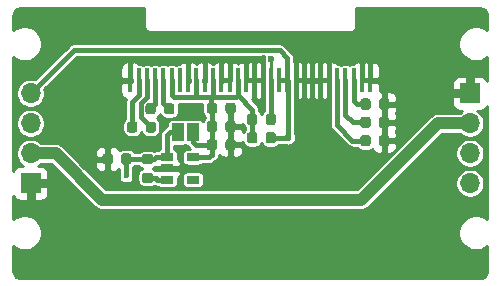
<source format=gbr>
%TF.GenerationSoftware,KiCad,Pcbnew,(5.1.6)-1*%
%TF.CreationDate,2020-09-28T23:29:11+08:00*%
%TF.ProjectId,Crenshaw,4372656e-7368-4617-972e-6b696361645f,rev?*%
%TF.SameCoordinates,Original*%
%TF.FileFunction,Copper,L1,Top*%
%TF.FilePolarity,Positive*%
%FSLAX46Y46*%
G04 Gerber Fmt 4.6, Leading zero omitted, Abs format (unit mm)*
G04 Created by KiCad (PCBNEW (5.1.6)-1) date 2020-09-28 23:29:11*
%MOMM*%
%LPD*%
G01*
G04 APERTURE LIST*
%TA.AperFunction,SMDPad,CuDef*%
%ADD10R,0.400000X2.000000*%
%TD*%
%TA.AperFunction,ComponentPad*%
%ADD11O,1.700000X1.700000*%
%TD*%
%TA.AperFunction,ComponentPad*%
%ADD12R,1.700000X1.700000*%
%TD*%
%TA.AperFunction,SMDPad,CuDef*%
%ADD13R,1.000000X1.500000*%
%TD*%
%TA.AperFunction,SMDPad,CuDef*%
%ADD14R,1.060000X0.650000*%
%TD*%
%TA.AperFunction,SMDPad,CuDef*%
%ADD15R,0.450000X0.600000*%
%TD*%
%TA.AperFunction,ViaPad*%
%ADD16C,0.600000*%
%TD*%
%TA.AperFunction,Conductor*%
%ADD17C,0.400000*%
%TD*%
%TA.AperFunction,Conductor*%
%ADD18C,0.800000*%
%TD*%
%TA.AperFunction,Conductor*%
%ADD19C,0.450000*%
%TD*%
%TA.AperFunction,Conductor*%
%ADD20C,1.000000*%
%TD*%
%TA.AperFunction,Conductor*%
%ADD21C,0.250000*%
%TD*%
%TA.AperFunction,Conductor*%
%ADD22C,0.254000*%
%TD*%
G04 APERTURE END LIST*
%TO.P,R4,2*%
%TO.N,Net-(R4-Pad2)*%
%TA.AperFunction,SMDPad,CuDef*%
G36*
G01*
X173043747Y-114150001D02*
X173556247Y-114150001D01*
G75*
G02*
X173774997Y-114368751I0J-218750D01*
G01*
X173774997Y-114806251D01*
G75*
G02*
X173556247Y-115025001I-218750J0D01*
G01*
X173043747Y-115025001D01*
G75*
G02*
X172824997Y-114806251I0J218750D01*
G01*
X172824997Y-114368751D01*
G75*
G02*
X173043747Y-114150001I218750J0D01*
G01*
G37*
%TD.AperFunction*%
%TO.P,R4,1*%
%TO.N,VCC*%
%TA.AperFunction,SMDPad,CuDef*%
G36*
G01*
X173043747Y-112575001D02*
X173556247Y-112575001D01*
G75*
G02*
X173774997Y-112793751I0J-218750D01*
G01*
X173774997Y-113231251D01*
G75*
G02*
X173556247Y-113450001I-218750J0D01*
G01*
X173043747Y-113450001D01*
G75*
G02*
X172824997Y-113231251I0J218750D01*
G01*
X172824997Y-112793751D01*
G75*
G02*
X173043747Y-112575001I218750J0D01*
G01*
G37*
%TD.AperFunction*%
%TD*%
%TO.P,R3,2*%
%TO.N,SDA*%
%TA.AperFunction,SMDPad,CuDef*%
G36*
G01*
X183299999Y-111456250D02*
X183299999Y-110943750D01*
G75*
G02*
X183518749Y-110725000I218750J0D01*
G01*
X183956249Y-110725000D01*
G75*
G02*
X184174999Y-110943750I0J-218750D01*
G01*
X184174999Y-111456250D01*
G75*
G02*
X183956249Y-111675000I-218750J0D01*
G01*
X183518749Y-111675000D01*
G75*
G02*
X183299999Y-111456250I0J218750D01*
G01*
G37*
%TD.AperFunction*%
%TO.P,R3,1*%
%TO.N,VDD*%
%TA.AperFunction,SMDPad,CuDef*%
G36*
G01*
X181724999Y-111456250D02*
X181724999Y-110943750D01*
G75*
G02*
X181943749Y-110725000I218750J0D01*
G01*
X182381249Y-110725000D01*
G75*
G02*
X182599999Y-110943750I0J-218750D01*
G01*
X182599999Y-111456250D01*
G75*
G02*
X182381249Y-111675000I-218750J0D01*
G01*
X181943749Y-111675000D01*
G75*
G02*
X181724999Y-111456250I0J218750D01*
G01*
G37*
%TD.AperFunction*%
%TD*%
%TO.P,R2,2*%
%TO.N,SCL*%
%TA.AperFunction,SMDPad,CuDef*%
G36*
G01*
X183300000Y-109906250D02*
X183300000Y-109393750D01*
G75*
G02*
X183518750Y-109175000I218750J0D01*
G01*
X183956250Y-109175000D01*
G75*
G02*
X184175000Y-109393750I0J-218750D01*
G01*
X184175000Y-109906250D01*
G75*
G02*
X183956250Y-110125000I-218750J0D01*
G01*
X183518750Y-110125000D01*
G75*
G02*
X183300000Y-109906250I0J218750D01*
G01*
G37*
%TD.AperFunction*%
%TO.P,R2,1*%
%TO.N,VDD*%
%TA.AperFunction,SMDPad,CuDef*%
G36*
G01*
X181725000Y-109906250D02*
X181725000Y-109393750D01*
G75*
G02*
X181943750Y-109175000I218750J0D01*
G01*
X182381250Y-109175000D01*
G75*
G02*
X182600000Y-109393750I0J-218750D01*
G01*
X182600000Y-109906250D01*
G75*
G02*
X182381250Y-110125000I-218750J0D01*
G01*
X181943750Y-110125000D01*
G75*
G02*
X181725000Y-109906250I0J218750D01*
G01*
G37*
%TD.AperFunction*%
%TD*%
%TO.P,R1,2*%
%TO.N,GND*%
%TA.AperFunction,SMDPad,CuDef*%
G36*
G01*
X192900000Y-111706250D02*
X192900000Y-111193750D01*
G75*
G02*
X193118750Y-110975000I218750J0D01*
G01*
X193556250Y-110975000D01*
G75*
G02*
X193775000Y-111193750I0J-218750D01*
G01*
X193775000Y-111706250D01*
G75*
G02*
X193556250Y-111925000I-218750J0D01*
G01*
X193118750Y-111925000D01*
G75*
G02*
X192900000Y-111706250I0J218750D01*
G01*
G37*
%TD.AperFunction*%
%TO.P,R1,1*%
%TO.N,Net-(P1-Pad26)*%
%TA.AperFunction,SMDPad,CuDef*%
G36*
G01*
X191325000Y-111706250D02*
X191325000Y-111193750D01*
G75*
G02*
X191543750Y-110975000I218750J0D01*
G01*
X191981250Y-110975000D01*
G75*
G02*
X192200000Y-111193750I0J-218750D01*
G01*
X192200000Y-111706250D01*
G75*
G02*
X191981250Y-111925000I-218750J0D01*
G01*
X191543750Y-111925000D01*
G75*
G02*
X191325000Y-111706250I0J218750D01*
G01*
G37*
%TD.AperFunction*%
%TD*%
%TO.P,C8,2*%
%TO.N,GND*%
%TA.AperFunction,SMDPad,CuDef*%
G36*
G01*
X179900000Y-112056250D02*
X179900000Y-111543750D01*
G75*
G02*
X180118750Y-111325000I218750J0D01*
G01*
X180556250Y-111325000D01*
G75*
G02*
X180775000Y-111543750I0J-218750D01*
G01*
X180775000Y-112056250D01*
G75*
G02*
X180556250Y-112275000I-218750J0D01*
G01*
X180118750Y-112275000D01*
G75*
G02*
X179900000Y-112056250I0J218750D01*
G01*
G37*
%TD.AperFunction*%
%TO.P,C8,1*%
%TO.N,VDD*%
%TA.AperFunction,SMDPad,CuDef*%
G36*
G01*
X178325000Y-112056250D02*
X178325000Y-111543750D01*
G75*
G02*
X178543750Y-111325000I218750J0D01*
G01*
X178981250Y-111325000D01*
G75*
G02*
X179200000Y-111543750I0J-218750D01*
G01*
X179200000Y-112056250D01*
G75*
G02*
X178981250Y-112275000I-218750J0D01*
G01*
X178543750Y-112275000D01*
G75*
G02*
X178325000Y-112056250I0J218750D01*
G01*
G37*
%TD.AperFunction*%
%TD*%
%TO.P,C7,2*%
%TO.N,GND*%
%TA.AperFunction,SMDPad,CuDef*%
G36*
G01*
X170362500Y-112743750D02*
X170362500Y-113256250D01*
G75*
G02*
X170143750Y-113475000I-218750J0D01*
G01*
X169706250Y-113475000D01*
G75*
G02*
X169487500Y-113256250I0J218750D01*
G01*
X169487500Y-112743750D01*
G75*
G02*
X169706250Y-112525000I218750J0D01*
G01*
X170143750Y-112525000D01*
G75*
G02*
X170362500Y-112743750I0J-218750D01*
G01*
G37*
%TD.AperFunction*%
%TO.P,C7,1*%
%TO.N,VCC*%
%TA.AperFunction,SMDPad,CuDef*%
G36*
G01*
X171937500Y-112743750D02*
X171937500Y-113256250D01*
G75*
G02*
X171718750Y-113475000I-218750J0D01*
G01*
X171281250Y-113475000D01*
G75*
G02*
X171062500Y-113256250I0J218750D01*
G01*
X171062500Y-112743750D01*
G75*
G02*
X171281250Y-112525000I218750J0D01*
G01*
X171718750Y-112525000D01*
G75*
G02*
X171937500Y-112743750I0J-218750D01*
G01*
G37*
%TD.AperFunction*%
%TD*%
%TO.P,C6,2*%
%TO.N,GND*%
%TA.AperFunction,SMDPad,CuDef*%
G36*
G01*
X179899999Y-110506248D02*
X179899999Y-109993748D01*
G75*
G02*
X180118749Y-109774998I218750J0D01*
G01*
X180556249Y-109774998D01*
G75*
G02*
X180774999Y-109993748I0J-218750D01*
G01*
X180774999Y-110506248D01*
G75*
G02*
X180556249Y-110724998I-218750J0D01*
G01*
X180118749Y-110724998D01*
G75*
G02*
X179899999Y-110506248I0J218750D01*
G01*
G37*
%TD.AperFunction*%
%TO.P,C6,1*%
%TO.N,VDD*%
%TA.AperFunction,SMDPad,CuDef*%
G36*
G01*
X178324999Y-110506248D02*
X178324999Y-109993748D01*
G75*
G02*
X178543749Y-109774998I218750J0D01*
G01*
X178981249Y-109774998D01*
G75*
G02*
X179199999Y-109993748I0J-218750D01*
G01*
X179199999Y-110506248D01*
G75*
G02*
X178981249Y-110724998I-218750J0D01*
G01*
X178543749Y-110724998D01*
G75*
G02*
X178324999Y-110506248I0J218750D01*
G01*
G37*
%TD.AperFunction*%
%TD*%
%TO.P,C5,2*%
%TO.N,GND*%
%TA.AperFunction,SMDPad,CuDef*%
G36*
G01*
X179900001Y-108956249D02*
X179900001Y-108443749D01*
G75*
G02*
X180118751Y-108224999I218750J0D01*
G01*
X180556251Y-108224999D01*
G75*
G02*
X180775001Y-108443749I0J-218750D01*
G01*
X180775001Y-108956249D01*
G75*
G02*
X180556251Y-109174999I-218750J0D01*
G01*
X180118751Y-109174999D01*
G75*
G02*
X179900001Y-108956249I0J218750D01*
G01*
G37*
%TD.AperFunction*%
%TO.P,C5,1*%
%TO.N,VDD*%
%TA.AperFunction,SMDPad,CuDef*%
G36*
G01*
X178325001Y-108956249D02*
X178325001Y-108443749D01*
G75*
G02*
X178543751Y-108224999I218750J0D01*
G01*
X178981251Y-108224999D01*
G75*
G02*
X179200001Y-108443749I0J-218750D01*
G01*
X179200001Y-108956249D01*
G75*
G02*
X178981251Y-109174999I-218750J0D01*
G01*
X178543751Y-109174999D01*
G75*
G02*
X178325001Y-108956249I0J218750D01*
G01*
G37*
%TD.AperFunction*%
%TD*%
%TO.P,C4,2*%
%TO.N,Net-(C4-Pad2)*%
%TA.AperFunction,SMDPad,CuDef*%
G36*
G01*
X192200001Y-108093751D02*
X192200001Y-108606251D01*
G75*
G02*
X191981251Y-108825001I-218750J0D01*
G01*
X191543751Y-108825001D01*
G75*
G02*
X191325001Y-108606251I0J218750D01*
G01*
X191325001Y-108093751D01*
G75*
G02*
X191543751Y-107875001I218750J0D01*
G01*
X191981251Y-107875001D01*
G75*
G02*
X192200001Y-108093751I0J-218750D01*
G01*
G37*
%TD.AperFunction*%
%TO.P,C4,1*%
%TO.N,GND*%
%TA.AperFunction,SMDPad,CuDef*%
G36*
G01*
X193775001Y-108093751D02*
X193775001Y-108606251D01*
G75*
G02*
X193556251Y-108825001I-218750J0D01*
G01*
X193118751Y-108825001D01*
G75*
G02*
X192900001Y-108606251I0J218750D01*
G01*
X192900001Y-108093751D01*
G75*
G02*
X193118751Y-107875001I218750J0D01*
G01*
X193556251Y-107875001D01*
G75*
G02*
X193775001Y-108093751I0J-218750D01*
G01*
G37*
%TD.AperFunction*%
%TD*%
%TO.P,C3,2*%
%TO.N,Net-(C3-Pad2)*%
%TA.AperFunction,SMDPad,CuDef*%
G36*
G01*
X174000000Y-108493750D02*
X174000000Y-109006250D01*
G75*
G02*
X173781250Y-109225000I-218750J0D01*
G01*
X173343750Y-109225000D01*
G75*
G02*
X173125000Y-109006250I0J218750D01*
G01*
X173125000Y-108493750D01*
G75*
G02*
X173343750Y-108275000I218750J0D01*
G01*
X173781250Y-108275000D01*
G75*
G02*
X174000000Y-108493750I0J-218750D01*
G01*
G37*
%TD.AperFunction*%
%TO.P,C3,1*%
%TO.N,Net-(C3-Pad1)*%
%TA.AperFunction,SMDPad,CuDef*%
G36*
G01*
X175575000Y-108493750D02*
X175575000Y-109006250D01*
G75*
G02*
X175356250Y-109225000I-218750J0D01*
G01*
X174918750Y-109225000D01*
G75*
G02*
X174700000Y-109006250I0J218750D01*
G01*
X174700000Y-108493750D01*
G75*
G02*
X174918750Y-108275000I218750J0D01*
G01*
X175356250Y-108275000D01*
G75*
G02*
X175575000Y-108493750I0J-218750D01*
G01*
G37*
%TD.AperFunction*%
%TD*%
%TO.P,C2,2*%
%TO.N,Net-(C2-Pad2)*%
%TA.AperFunction,SMDPad,CuDef*%
G36*
G01*
X192200001Y-109643750D02*
X192200001Y-110156250D01*
G75*
G02*
X191981251Y-110375000I-218750J0D01*
G01*
X191543751Y-110375000D01*
G75*
G02*
X191325001Y-110156250I0J218750D01*
G01*
X191325001Y-109643750D01*
G75*
G02*
X191543751Y-109425000I218750J0D01*
G01*
X191981251Y-109425000D01*
G75*
G02*
X192200001Y-109643750I0J-218750D01*
G01*
G37*
%TD.AperFunction*%
%TO.P,C2,1*%
%TO.N,GND*%
%TA.AperFunction,SMDPad,CuDef*%
G36*
G01*
X193775001Y-109643750D02*
X193775001Y-110156250D01*
G75*
G02*
X193556251Y-110375000I-218750J0D01*
G01*
X193118751Y-110375000D01*
G75*
G02*
X192900001Y-110156250I0J218750D01*
G01*
X192900001Y-109643750D01*
G75*
G02*
X193118751Y-109425000I218750J0D01*
G01*
X193556251Y-109425000D01*
G75*
G02*
X193775001Y-109643750I0J-218750D01*
G01*
G37*
%TD.AperFunction*%
%TD*%
%TO.P,C1,2*%
%TO.N,Net-(C1-Pad2)*%
%TA.AperFunction,SMDPad,CuDef*%
G36*
G01*
X172437500Y-110043750D02*
X172437500Y-110556250D01*
G75*
G02*
X172218750Y-110775000I-218750J0D01*
G01*
X171781250Y-110775000D01*
G75*
G02*
X171562500Y-110556250I0J218750D01*
G01*
X171562500Y-110043750D01*
G75*
G02*
X171781250Y-109825000I218750J0D01*
G01*
X172218750Y-109825000D01*
G75*
G02*
X172437500Y-110043750I0J-218750D01*
G01*
G37*
%TD.AperFunction*%
%TO.P,C1,1*%
%TO.N,Net-(C1-Pad1)*%
%TA.AperFunction,SMDPad,CuDef*%
G36*
G01*
X174012500Y-110043750D02*
X174012500Y-110556250D01*
G75*
G02*
X173793750Y-110775000I-218750J0D01*
G01*
X173356250Y-110775000D01*
G75*
G02*
X173137500Y-110556250I0J218750D01*
G01*
X173137500Y-110043750D01*
G75*
G02*
X173356250Y-109825000I218750J0D01*
G01*
X173793750Y-109825000D01*
G75*
G02*
X174012500Y-110043750I0J-218750D01*
G01*
G37*
%TD.AperFunction*%
%TD*%
D10*
%TO.P,P1,30*%
%TO.N,GND*%
X192150000Y-106350000D03*
%TO.P,P1,29*%
X191450000Y-106350000D03*
%TO.P,P1,28*%
%TO.N,Net-(C4-Pad2)*%
X190750000Y-106350000D03*
%TO.P,P1,27*%
%TO.N,Net-(C2-Pad2)*%
X190050000Y-106350000D03*
%TO.P,P1,26*%
%TO.N,Net-(P1-Pad26)*%
X189350000Y-106350000D03*
%TO.P,P1,25*%
%TO.N,GND*%
X188650000Y-106350000D03*
%TO.P,P1,24*%
X187950000Y-106350000D03*
%TO.P,P1,23*%
X187250000Y-106350000D03*
%TO.P,P1,22*%
X186550000Y-106350000D03*
%TO.P,P1,21*%
X185850000Y-106350000D03*
%TO.P,P1,20*%
%TO.N,SDA*%
X185150000Y-106350000D03*
%TO.P,P1,19*%
X184450000Y-106350000D03*
%TO.P,P1,18*%
%TO.N,SCL*%
X183750000Y-106350000D03*
%TO.P,P1,17*%
%TO.N,GND*%
X183050000Y-106350000D03*
%TO.P,P1,14*%
%TO.N,VDD*%
X180950000Y-106350000D03*
%TO.P,P1,13*%
%TO.N,GND*%
X180300000Y-106350000D03*
%TO.P,P1,12*%
X179550000Y-106350000D03*
%TO.P,P1,11*%
%TO.N,VDD*%
X178850000Y-106350000D03*
%TO.P,P1,10*%
%TO.N,GND*%
X178150000Y-106350000D03*
%TO.P,P1,9*%
%TO.N,VDD*%
X177450000Y-106350000D03*
%TO.P,P1,8*%
%TO.N,GND*%
X176750000Y-106350000D03*
%TO.P,P1,7*%
%TO.N,Net-(P1-Pad7)*%
X176050000Y-106350000D03*
%TO.P,P1,6*%
%TO.N,VDD*%
X175350000Y-106350000D03*
%TO.P,P1,5*%
%TO.N,Net-(C3-Pad1)*%
X174650000Y-106350000D03*
%TO.P,P1,4*%
%TO.N,Net-(C3-Pad2)*%
X173950000Y-106350000D03*
%TO.P,P1,3*%
%TO.N,Net-(C1-Pad1)*%
X173250000Y-106350000D03*
%TO.P,P1,2*%
%TO.N,Net-(C1-Pad2)*%
X172550000Y-106350000D03*
%TO.P,P1,1*%
%TO.N,GND*%
X171850000Y-106350000D03*
%TO.P,P1,16*%
X182350000Y-106350000D03*
%TO.P,P1,15*%
X181650000Y-106350000D03*
%TD*%
D11*
%TO.P,J3,4*%
%TO.N,SDA*%
X200600000Y-115060000D03*
%TO.P,J3,3*%
%TO.N,SCL*%
X200600000Y-112520000D03*
%TO.P,J3,2*%
%TO.N,Net-(D1-Pad2)*%
X200600000Y-109980000D03*
D12*
%TO.P,J3,1*%
%TO.N,GND*%
X200600000Y-107440000D03*
%TD*%
D11*
%TO.P,J2,4*%
%TO.N,SDA*%
X163400000Y-107440000D03*
%TO.P,J2,3*%
%TO.N,SCL*%
X163400000Y-109980000D03*
%TO.P,J2,2*%
%TO.N,Net-(D1-Pad2)*%
X163400000Y-112520000D03*
D12*
%TO.P,J2,1*%
%TO.N,GND*%
X163400000Y-115060000D03*
%TD*%
D13*
%TO.P,J1,1*%
%TO.N,VCC*%
X175850000Y-110750000D03*
%TO.P,J1,2*%
%TO.N,VDD*%
X177150000Y-110750000D03*
%TD*%
D14*
%TO.P,U1,5*%
%TO.N,VDD*%
X177150000Y-112850000D03*
%TO.P,U1,4*%
%TO.N,Net-(U1-Pad4)*%
X177150000Y-114750000D03*
%TO.P,U1,3*%
%TO.N,Net-(R4-Pad2)*%
X174950000Y-114750000D03*
%TO.P,U1,2*%
%TO.N,GND*%
X174950000Y-113800000D03*
%TO.P,U1,1*%
%TO.N,VCC*%
X174950000Y-112850000D03*
%TD*%
D15*
%TO.P,D1,2*%
%TO.N,Net-(D1-Pad2)*%
X171500000Y-116450000D03*
%TO.P,D1,1*%
%TO.N,VCC*%
X171500000Y-114350000D03*
%TD*%
D16*
%TO.N,GND*%
X176250000Y-113800000D03*
X177250000Y-119800000D03*
X196100000Y-104150000D03*
X167650000Y-107600000D03*
X165950000Y-102000000D03*
X183150000Y-114450000D03*
X165200000Y-120200000D03*
X168000000Y-112000000D03*
X188350000Y-111550000D03*
X197150000Y-113750000D03*
X184300000Y-120900000D03*
X191850000Y-118450000D03*
X198700000Y-120600000D03*
X198600000Y-101750000D03*
X180950000Y-102800000D03*
X171600000Y-119650000D03*
X183000000Y-108600000D03*
%TO.N,SDA*%
X185200000Y-111200000D03*
%TO.N,SCL*%
X183750000Y-104550000D03*
%TD*%
D17*
%TO.N,GND*%
X179550000Y-106350000D02*
X180300000Y-106350000D01*
X181650000Y-106350000D02*
X183050000Y-106350000D01*
X185850000Y-106350000D02*
X188650000Y-106350000D01*
X191450000Y-106350000D02*
X192150000Y-106350000D01*
X186550000Y-106350000D02*
X186550000Y-103350000D01*
X187250000Y-106350000D02*
X187250000Y-103450000D01*
X187950000Y-106350000D02*
X187950000Y-103500000D01*
X192150000Y-106350000D02*
X192150000Y-104000000D01*
X191450000Y-106350000D02*
X191450000Y-103700000D01*
X188650000Y-106350000D02*
X188650000Y-104000000D01*
X183050000Y-106350000D02*
X183050000Y-106050000D01*
X183050000Y-106050000D02*
X183079999Y-106020001D01*
X185850000Y-106350000D02*
X185850000Y-103650000D01*
X185850000Y-106350000D02*
X185850000Y-108950000D01*
X186550000Y-106350000D02*
X186550000Y-108450000D01*
X187250000Y-106350000D02*
X187250000Y-108550000D01*
X187950000Y-106350000D02*
X187950000Y-108450000D01*
X188650000Y-106350000D02*
X188650000Y-108450000D01*
X181650000Y-106350000D02*
X181650000Y-104450000D01*
X182350000Y-106350000D02*
X182350000Y-104550000D01*
X174950000Y-113800000D02*
X174900000Y-113800000D01*
X183050000Y-106350000D02*
X183050000Y-104350000D01*
X180300000Y-106350000D02*
X180300000Y-104500000D01*
X179550000Y-106350000D02*
X179550000Y-104650000D01*
X183050000Y-106350000D02*
X183050000Y-108000000D01*
X182350000Y-106350000D02*
X182350000Y-107900000D01*
D18*
X200600000Y-107440000D02*
X197840000Y-107440000D01*
X163400000Y-115060000D02*
X165460000Y-115060000D01*
X163400000Y-115060000D02*
X163400000Y-117300000D01*
X200600000Y-107440000D02*
X200600000Y-105250000D01*
D17*
%TO.N,Net-(C1-Pad1)*%
X172754990Y-109479990D02*
X173575000Y-110300000D01*
X172754990Y-108249874D02*
X172754990Y-109479990D01*
X173250000Y-107754864D02*
X172754990Y-108249874D01*
X173250000Y-106350000D02*
X173250000Y-107754864D01*
%TO.N,Net-(C3-Pad1)*%
X174650000Y-108262500D02*
X175137500Y-108750000D01*
X174650000Y-106350000D02*
X174650000Y-108262500D01*
%TO.N,Net-(C3-Pad2)*%
X173950000Y-108362500D02*
X173950000Y-106350000D01*
X173562500Y-108750000D02*
X173950000Y-108362500D01*
%TO.N,Net-(C4-Pad2)*%
X191050001Y-108350001D02*
X190750000Y-108050000D01*
X191762501Y-108350001D02*
X191050001Y-108350001D01*
X190750000Y-108050000D02*
X190750000Y-106350000D01*
%TO.N,VDD*%
X178850000Y-107606002D02*
X178850000Y-106350000D01*
X177450000Y-107606002D02*
X177450000Y-106350000D01*
D19*
X177150000Y-112850000D02*
X178500000Y-112850000D01*
X178762500Y-112637500D02*
X178762500Y-111800000D01*
X178500000Y-112850000D02*
X178712500Y-112637500D01*
X178712500Y-108700000D02*
X178712501Y-108699999D01*
X178762500Y-111800000D02*
X178762500Y-108700000D01*
X180816001Y-107745001D02*
X180950000Y-107611002D01*
X180950000Y-107611002D02*
X180950000Y-106350000D01*
X175350000Y-107561002D02*
X175533999Y-107745001D01*
X175350000Y-106350000D02*
X175350000Y-107561002D01*
X178712501Y-107812501D02*
X178645001Y-107745001D01*
X178712501Y-108699999D02*
X178712501Y-107812501D01*
X178645001Y-107745001D02*
X180816001Y-107745001D01*
X175533999Y-107745001D02*
X178645001Y-107745001D01*
X182162500Y-108823502D02*
X182162500Y-109650000D01*
X180950000Y-107611002D02*
X182162500Y-108823502D01*
X182162499Y-109650001D02*
X182162500Y-109650000D01*
X182162499Y-111200000D02*
X182162499Y-109650001D01*
X177150000Y-110750000D02*
X177150000Y-111550000D01*
X177400000Y-111800000D02*
X178762500Y-111800000D01*
X177150000Y-111550000D02*
X177400000Y-111800000D01*
D17*
%TO.N,Net-(C1-Pad2)*%
X172000000Y-108149951D02*
X172000000Y-110300000D01*
X172550000Y-106350000D02*
X172550000Y-107599951D01*
X172550000Y-107599951D02*
X172000000Y-108149951D01*
%TO.N,Net-(C2-Pad2)*%
X190050000Y-109250000D02*
X190700000Y-109900000D01*
X190050000Y-106350000D02*
X190050000Y-109250000D01*
X190700000Y-109900000D02*
X191762501Y-109900000D01*
D19*
%TO.N,VCC*%
X171500000Y-114350000D02*
X171500000Y-113000000D01*
X171500000Y-113000000D02*
X172450000Y-113000000D01*
X172462501Y-113012501D02*
X173299997Y-113012501D01*
X172450000Y-113000000D02*
X172462501Y-113012501D01*
X173299997Y-113012501D02*
X173887499Y-113012501D01*
X174050000Y-112850000D02*
X174950000Y-112850000D01*
X173887499Y-113012501D02*
X174050000Y-112850000D01*
X174950000Y-112850000D02*
X174950000Y-111000000D01*
X175200000Y-110750000D02*
X175850000Y-110750000D01*
X174950000Y-111000000D02*
X175200000Y-110750000D01*
D20*
%TO.N,Net-(D1-Pad2)*%
X163400000Y-112520000D02*
X165520000Y-112520000D01*
X169450000Y-116450000D02*
X171500000Y-116450000D01*
X165520000Y-112520000D02*
X169450000Y-116450000D01*
X171500000Y-116450000D02*
X191400000Y-116450000D01*
X197870000Y-109980000D02*
X200600000Y-109980000D01*
X191400000Y-116450000D02*
X197870000Y-109980000D01*
D17*
%TO.N,SDA*%
X184450000Y-106350000D02*
X185150000Y-106350000D01*
X185200000Y-106400000D02*
X185150000Y-106350000D01*
X185200000Y-111200000D02*
X185200000Y-106400000D01*
X183737499Y-111200000D02*
X185200000Y-111200000D01*
X185150000Y-104450000D02*
X185150000Y-104950000D01*
X185150000Y-104950000D02*
X185150000Y-106350000D01*
X163400000Y-107440000D02*
X167060010Y-103779990D01*
X184479990Y-103779990D02*
X185150000Y-104450000D01*
X167060010Y-103779990D02*
X184479990Y-103779990D01*
D21*
%TO.N,SCL*%
X183700000Y-106400000D02*
X183750000Y-106350000D01*
X183750000Y-106350000D02*
X183750000Y-104550000D01*
D17*
X183750000Y-109637500D02*
X183737500Y-109650000D01*
X183750000Y-106350000D02*
X183750000Y-109637500D01*
%TO.N,Net-(P1-Pad26)*%
X189350000Y-110150000D02*
X190650000Y-111450000D01*
X189350000Y-106350000D02*
X189350000Y-110150000D01*
X191762500Y-111450000D02*
X190650000Y-111450000D01*
D19*
%TO.N,Net-(R4-Pad2)*%
X173299997Y-114587501D02*
X173987501Y-114587501D01*
X174150000Y-114750000D02*
X174950000Y-114750000D01*
X173987501Y-114587501D02*
X174150000Y-114750000D01*
%TD*%
D22*
%TO.N,GND*%
G36*
X202048001Y-118109209D02*
G01*
X202041533Y-118102741D01*
X201799622Y-117941101D01*
X201530825Y-117829762D01*
X201245472Y-117773002D01*
X200954528Y-117773002D01*
X200669175Y-117829762D01*
X200400378Y-117941101D01*
X200158467Y-118102741D01*
X199952739Y-118308469D01*
X199791099Y-118550380D01*
X199679760Y-118819177D01*
X199623000Y-119104530D01*
X199623000Y-119395474D01*
X199679760Y-119680827D01*
X199791099Y-119949624D01*
X199952739Y-120191535D01*
X200158467Y-120397263D01*
X200400378Y-120558903D01*
X200669175Y-120670242D01*
X200954528Y-120727002D01*
X201245472Y-120727002D01*
X201530825Y-120670242D01*
X201799622Y-120558903D01*
X202041533Y-120397263D01*
X202048001Y-120390795D01*
X202048001Y-122477881D01*
X202035436Y-122606023D01*
X202004648Y-122707999D01*
X201954634Y-122802061D01*
X201887307Y-122884612D01*
X201805227Y-122952515D01*
X201711520Y-123003182D01*
X201609755Y-123034684D01*
X201483062Y-123048000D01*
X162522109Y-123048000D01*
X162393977Y-123035436D01*
X162292001Y-123004648D01*
X162197939Y-122954634D01*
X162115388Y-122887307D01*
X162047485Y-122805227D01*
X161996818Y-122711520D01*
X161965316Y-122609755D01*
X161952000Y-122483062D01*
X161952000Y-120390794D01*
X161958468Y-120397262D01*
X162200379Y-120558902D01*
X162469176Y-120670241D01*
X162754529Y-120727001D01*
X163045473Y-120727001D01*
X163330826Y-120670241D01*
X163599623Y-120558902D01*
X163841534Y-120397262D01*
X164047262Y-120191534D01*
X164208902Y-119949623D01*
X164320241Y-119680826D01*
X164377001Y-119395473D01*
X164377001Y-119104529D01*
X164320241Y-118819176D01*
X164208902Y-118550379D01*
X164047262Y-118308468D01*
X163841534Y-118102740D01*
X163599623Y-117941100D01*
X163330826Y-117829761D01*
X163045473Y-117773001D01*
X162754529Y-117773001D01*
X162469176Y-117829761D01*
X162200379Y-117941100D01*
X161958468Y-118102740D01*
X161952000Y-118109208D01*
X161952000Y-116126166D01*
X161960498Y-116154180D01*
X162019463Y-116264494D01*
X162098815Y-116361185D01*
X162195506Y-116440537D01*
X162305820Y-116499502D01*
X162425518Y-116535812D01*
X162550000Y-116548072D01*
X163114250Y-116545000D01*
X163273000Y-116386250D01*
X163273000Y-115187000D01*
X163527000Y-115187000D01*
X163527000Y-116386250D01*
X163685750Y-116545000D01*
X164250000Y-116548072D01*
X164374482Y-116535812D01*
X164494180Y-116499502D01*
X164604494Y-116440537D01*
X164701185Y-116361185D01*
X164780537Y-116264494D01*
X164839502Y-116154180D01*
X164875812Y-116034482D01*
X164888072Y-115910000D01*
X164885000Y-115345750D01*
X164726250Y-115187000D01*
X163527000Y-115187000D01*
X163273000Y-115187000D01*
X163253000Y-115187000D01*
X163253000Y-114933000D01*
X163273000Y-114933000D01*
X163273000Y-114913000D01*
X163527000Y-114913000D01*
X163527000Y-114933000D01*
X164726250Y-114933000D01*
X164885000Y-114774250D01*
X164888072Y-114210000D01*
X164875812Y-114085518D01*
X164839502Y-113965820D01*
X164780537Y-113855506D01*
X164701185Y-113758815D01*
X164604494Y-113679463D01*
X164494180Y-113620498D01*
X164374482Y-113584188D01*
X164250000Y-113571928D01*
X164032447Y-113573112D01*
X164182167Y-113473073D01*
X164258240Y-113397000D01*
X165156735Y-113397000D01*
X168799403Y-117039668D01*
X168826867Y-117073133D01*
X168960408Y-117182727D01*
X169112763Y-117264162D01*
X169278078Y-117314310D01*
X169406921Y-117327000D01*
X169406930Y-117327000D01*
X169449999Y-117331242D01*
X169493069Y-117327000D01*
X191356921Y-117327000D01*
X191400000Y-117331243D01*
X191443079Y-117327000D01*
X191571922Y-117314310D01*
X191737237Y-117264162D01*
X191889592Y-117182727D01*
X192023133Y-117073133D01*
X192050597Y-117039668D01*
X194151114Y-114939151D01*
X199373000Y-114939151D01*
X199373000Y-115180849D01*
X199420153Y-115417903D01*
X199512647Y-115641202D01*
X199646927Y-115842167D01*
X199817833Y-116013073D01*
X200018798Y-116147353D01*
X200242097Y-116239847D01*
X200479151Y-116287000D01*
X200720849Y-116287000D01*
X200957903Y-116239847D01*
X201181202Y-116147353D01*
X201382167Y-116013073D01*
X201553073Y-115842167D01*
X201687353Y-115641202D01*
X201779847Y-115417903D01*
X201827000Y-115180849D01*
X201827000Y-114939151D01*
X201779847Y-114702097D01*
X201687353Y-114478798D01*
X201553073Y-114277833D01*
X201382167Y-114106927D01*
X201181202Y-113972647D01*
X200957903Y-113880153D01*
X200720849Y-113833000D01*
X200479151Y-113833000D01*
X200242097Y-113880153D01*
X200018798Y-113972647D01*
X199817833Y-114106927D01*
X199646927Y-114277833D01*
X199512647Y-114478798D01*
X199420153Y-114702097D01*
X199373000Y-114939151D01*
X194151114Y-114939151D01*
X196691114Y-112399151D01*
X199373000Y-112399151D01*
X199373000Y-112640849D01*
X199420153Y-112877903D01*
X199512647Y-113101202D01*
X199646927Y-113302167D01*
X199817833Y-113473073D01*
X200018798Y-113607353D01*
X200242097Y-113699847D01*
X200479151Y-113747000D01*
X200720849Y-113747000D01*
X200957903Y-113699847D01*
X201181202Y-113607353D01*
X201382167Y-113473073D01*
X201553073Y-113302167D01*
X201687353Y-113101202D01*
X201779847Y-112877903D01*
X201827000Y-112640849D01*
X201827000Y-112399151D01*
X201779847Y-112162097D01*
X201687353Y-111938798D01*
X201553073Y-111737833D01*
X201382167Y-111566927D01*
X201181202Y-111432647D01*
X200957903Y-111340153D01*
X200720849Y-111293000D01*
X200479151Y-111293000D01*
X200242097Y-111340153D01*
X200018798Y-111432647D01*
X199817833Y-111566927D01*
X199646927Y-111737833D01*
X199512647Y-111938798D01*
X199420153Y-112162097D01*
X199373000Y-112399151D01*
X196691114Y-112399151D01*
X198233266Y-110857000D01*
X199741760Y-110857000D01*
X199817833Y-110933073D01*
X200018798Y-111067353D01*
X200242097Y-111159847D01*
X200479151Y-111207000D01*
X200720849Y-111207000D01*
X200957903Y-111159847D01*
X201181202Y-111067353D01*
X201382167Y-110933073D01*
X201553073Y-110762167D01*
X201687353Y-110561202D01*
X201779847Y-110337903D01*
X201827000Y-110100849D01*
X201827000Y-109859151D01*
X201779847Y-109622097D01*
X201687353Y-109398798D01*
X201553073Y-109197833D01*
X201382167Y-109026927D01*
X201232447Y-108926888D01*
X201450000Y-108928072D01*
X201574482Y-108915812D01*
X201694180Y-108879502D01*
X201804494Y-108820537D01*
X201901185Y-108741185D01*
X201980537Y-108644494D01*
X202039502Y-108534180D01*
X202048000Y-108506165D01*
X202048001Y-118109209D01*
G37*
X202048001Y-118109209D02*
X202041533Y-118102741D01*
X201799622Y-117941101D01*
X201530825Y-117829762D01*
X201245472Y-117773002D01*
X200954528Y-117773002D01*
X200669175Y-117829762D01*
X200400378Y-117941101D01*
X200158467Y-118102741D01*
X199952739Y-118308469D01*
X199791099Y-118550380D01*
X199679760Y-118819177D01*
X199623000Y-119104530D01*
X199623000Y-119395474D01*
X199679760Y-119680827D01*
X199791099Y-119949624D01*
X199952739Y-120191535D01*
X200158467Y-120397263D01*
X200400378Y-120558903D01*
X200669175Y-120670242D01*
X200954528Y-120727002D01*
X201245472Y-120727002D01*
X201530825Y-120670242D01*
X201799622Y-120558903D01*
X202041533Y-120397263D01*
X202048001Y-120390795D01*
X202048001Y-122477881D01*
X202035436Y-122606023D01*
X202004648Y-122707999D01*
X201954634Y-122802061D01*
X201887307Y-122884612D01*
X201805227Y-122952515D01*
X201711520Y-123003182D01*
X201609755Y-123034684D01*
X201483062Y-123048000D01*
X162522109Y-123048000D01*
X162393977Y-123035436D01*
X162292001Y-123004648D01*
X162197939Y-122954634D01*
X162115388Y-122887307D01*
X162047485Y-122805227D01*
X161996818Y-122711520D01*
X161965316Y-122609755D01*
X161952000Y-122483062D01*
X161952000Y-120390794D01*
X161958468Y-120397262D01*
X162200379Y-120558902D01*
X162469176Y-120670241D01*
X162754529Y-120727001D01*
X163045473Y-120727001D01*
X163330826Y-120670241D01*
X163599623Y-120558902D01*
X163841534Y-120397262D01*
X164047262Y-120191534D01*
X164208902Y-119949623D01*
X164320241Y-119680826D01*
X164377001Y-119395473D01*
X164377001Y-119104529D01*
X164320241Y-118819176D01*
X164208902Y-118550379D01*
X164047262Y-118308468D01*
X163841534Y-118102740D01*
X163599623Y-117941100D01*
X163330826Y-117829761D01*
X163045473Y-117773001D01*
X162754529Y-117773001D01*
X162469176Y-117829761D01*
X162200379Y-117941100D01*
X161958468Y-118102740D01*
X161952000Y-118109208D01*
X161952000Y-116126166D01*
X161960498Y-116154180D01*
X162019463Y-116264494D01*
X162098815Y-116361185D01*
X162195506Y-116440537D01*
X162305820Y-116499502D01*
X162425518Y-116535812D01*
X162550000Y-116548072D01*
X163114250Y-116545000D01*
X163273000Y-116386250D01*
X163273000Y-115187000D01*
X163527000Y-115187000D01*
X163527000Y-116386250D01*
X163685750Y-116545000D01*
X164250000Y-116548072D01*
X164374482Y-116535812D01*
X164494180Y-116499502D01*
X164604494Y-116440537D01*
X164701185Y-116361185D01*
X164780537Y-116264494D01*
X164839502Y-116154180D01*
X164875812Y-116034482D01*
X164888072Y-115910000D01*
X164885000Y-115345750D01*
X164726250Y-115187000D01*
X163527000Y-115187000D01*
X163273000Y-115187000D01*
X163253000Y-115187000D01*
X163253000Y-114933000D01*
X163273000Y-114933000D01*
X163273000Y-114913000D01*
X163527000Y-114913000D01*
X163527000Y-114933000D01*
X164726250Y-114933000D01*
X164885000Y-114774250D01*
X164888072Y-114210000D01*
X164875812Y-114085518D01*
X164839502Y-113965820D01*
X164780537Y-113855506D01*
X164701185Y-113758815D01*
X164604494Y-113679463D01*
X164494180Y-113620498D01*
X164374482Y-113584188D01*
X164250000Y-113571928D01*
X164032447Y-113573112D01*
X164182167Y-113473073D01*
X164258240Y-113397000D01*
X165156735Y-113397000D01*
X168799403Y-117039668D01*
X168826867Y-117073133D01*
X168960408Y-117182727D01*
X169112763Y-117264162D01*
X169278078Y-117314310D01*
X169406921Y-117327000D01*
X169406930Y-117327000D01*
X169449999Y-117331242D01*
X169493069Y-117327000D01*
X191356921Y-117327000D01*
X191400000Y-117331243D01*
X191443079Y-117327000D01*
X191571922Y-117314310D01*
X191737237Y-117264162D01*
X191889592Y-117182727D01*
X192023133Y-117073133D01*
X192050597Y-117039668D01*
X194151114Y-114939151D01*
X199373000Y-114939151D01*
X199373000Y-115180849D01*
X199420153Y-115417903D01*
X199512647Y-115641202D01*
X199646927Y-115842167D01*
X199817833Y-116013073D01*
X200018798Y-116147353D01*
X200242097Y-116239847D01*
X200479151Y-116287000D01*
X200720849Y-116287000D01*
X200957903Y-116239847D01*
X201181202Y-116147353D01*
X201382167Y-116013073D01*
X201553073Y-115842167D01*
X201687353Y-115641202D01*
X201779847Y-115417903D01*
X201827000Y-115180849D01*
X201827000Y-114939151D01*
X201779847Y-114702097D01*
X201687353Y-114478798D01*
X201553073Y-114277833D01*
X201382167Y-114106927D01*
X201181202Y-113972647D01*
X200957903Y-113880153D01*
X200720849Y-113833000D01*
X200479151Y-113833000D01*
X200242097Y-113880153D01*
X200018798Y-113972647D01*
X199817833Y-114106927D01*
X199646927Y-114277833D01*
X199512647Y-114478798D01*
X199420153Y-114702097D01*
X199373000Y-114939151D01*
X194151114Y-114939151D01*
X196691114Y-112399151D01*
X199373000Y-112399151D01*
X199373000Y-112640849D01*
X199420153Y-112877903D01*
X199512647Y-113101202D01*
X199646927Y-113302167D01*
X199817833Y-113473073D01*
X200018798Y-113607353D01*
X200242097Y-113699847D01*
X200479151Y-113747000D01*
X200720849Y-113747000D01*
X200957903Y-113699847D01*
X201181202Y-113607353D01*
X201382167Y-113473073D01*
X201553073Y-113302167D01*
X201687353Y-113101202D01*
X201779847Y-112877903D01*
X201827000Y-112640849D01*
X201827000Y-112399151D01*
X201779847Y-112162097D01*
X201687353Y-111938798D01*
X201553073Y-111737833D01*
X201382167Y-111566927D01*
X201181202Y-111432647D01*
X200957903Y-111340153D01*
X200720849Y-111293000D01*
X200479151Y-111293000D01*
X200242097Y-111340153D01*
X200018798Y-111432647D01*
X199817833Y-111566927D01*
X199646927Y-111737833D01*
X199512647Y-111938798D01*
X199420153Y-112162097D01*
X199373000Y-112399151D01*
X196691114Y-112399151D01*
X198233266Y-110857000D01*
X199741760Y-110857000D01*
X199817833Y-110933073D01*
X200018798Y-111067353D01*
X200242097Y-111159847D01*
X200479151Y-111207000D01*
X200720849Y-111207000D01*
X200957903Y-111159847D01*
X201181202Y-111067353D01*
X201382167Y-110933073D01*
X201553073Y-110762167D01*
X201687353Y-110561202D01*
X201779847Y-110337903D01*
X201827000Y-110100849D01*
X201827000Y-109859151D01*
X201779847Y-109622097D01*
X201687353Y-109398798D01*
X201553073Y-109197833D01*
X201382167Y-109026927D01*
X201232447Y-108926888D01*
X201450000Y-108928072D01*
X201574482Y-108915812D01*
X201694180Y-108879502D01*
X201804494Y-108820537D01*
X201901185Y-108741185D01*
X201980537Y-108644494D01*
X202039502Y-108534180D01*
X202048000Y-108506165D01*
X202048001Y-118109209D01*
G36*
X173048000Y-101777795D02*
G01*
X173045813Y-101800000D01*
X173054540Y-101888607D01*
X173080386Y-101973810D01*
X173122357Y-102052333D01*
X173178841Y-102121159D01*
X173247667Y-102177643D01*
X173326190Y-102219614D01*
X173411393Y-102245460D01*
X173500000Y-102254187D01*
X173522205Y-102252000D01*
X190477795Y-102252000D01*
X190500000Y-102254187D01*
X190522205Y-102252000D01*
X190588607Y-102245460D01*
X190673810Y-102219614D01*
X190752333Y-102177643D01*
X190821159Y-102121159D01*
X190877643Y-102052333D01*
X190919614Y-101973810D01*
X190945460Y-101888607D01*
X190954187Y-101800000D01*
X190952000Y-101777795D01*
X190952000Y-100252000D01*
X201477891Y-100252000D01*
X201606022Y-100264563D01*
X201707999Y-100295353D01*
X201802061Y-100345366D01*
X201884613Y-100412694D01*
X201952515Y-100494774D01*
X202003182Y-100588481D01*
X202034684Y-100690245D01*
X202048000Y-100816938D01*
X202048000Y-102109204D01*
X202041533Y-102102737D01*
X201799622Y-101941097D01*
X201530825Y-101829758D01*
X201245472Y-101772998D01*
X200954528Y-101772998D01*
X200669175Y-101829758D01*
X200400378Y-101941097D01*
X200158467Y-102102737D01*
X199952739Y-102308465D01*
X199791099Y-102550376D01*
X199679760Y-102819173D01*
X199623000Y-103104526D01*
X199623000Y-103395470D01*
X199679760Y-103680823D01*
X199791099Y-103949620D01*
X199952739Y-104191531D01*
X200158467Y-104397259D01*
X200400378Y-104558899D01*
X200669175Y-104670238D01*
X200954528Y-104726998D01*
X201245472Y-104726998D01*
X201530825Y-104670238D01*
X201799622Y-104558899D01*
X202041533Y-104397259D01*
X202048000Y-104390792D01*
X202048000Y-106373835D01*
X202039502Y-106345820D01*
X201980537Y-106235506D01*
X201901185Y-106138815D01*
X201804494Y-106059463D01*
X201694180Y-106000498D01*
X201574482Y-105964188D01*
X201450000Y-105951928D01*
X200885750Y-105955000D01*
X200727000Y-106113750D01*
X200727000Y-107313000D01*
X200747000Y-107313000D01*
X200747000Y-107567000D01*
X200727000Y-107567000D01*
X200727000Y-107587000D01*
X200473000Y-107587000D01*
X200473000Y-107567000D01*
X199273750Y-107567000D01*
X199115000Y-107725750D01*
X199111928Y-108290000D01*
X199124188Y-108414482D01*
X199160498Y-108534180D01*
X199219463Y-108644494D01*
X199298815Y-108741185D01*
X199395506Y-108820537D01*
X199505820Y-108879502D01*
X199625518Y-108915812D01*
X199750000Y-108928072D01*
X199967553Y-108926888D01*
X199817833Y-109026927D01*
X199741760Y-109103000D01*
X197913079Y-109103000D01*
X197870000Y-109098757D01*
X197698077Y-109115690D01*
X197595242Y-109146885D01*
X197532763Y-109165838D01*
X197380408Y-109247273D01*
X197367198Y-109258114D01*
X197282181Y-109327886D01*
X197246867Y-109356867D01*
X197219408Y-109390326D01*
X191036735Y-115573000D01*
X169813265Y-115573000D01*
X167715265Y-113475000D01*
X168849428Y-113475000D01*
X168861688Y-113599482D01*
X168897998Y-113719180D01*
X168956963Y-113829494D01*
X169036315Y-113926185D01*
X169133006Y-114005537D01*
X169243320Y-114064502D01*
X169363018Y-114100812D01*
X169487500Y-114113072D01*
X169639250Y-114110000D01*
X169798000Y-113951250D01*
X169798000Y-113127000D01*
X169011250Y-113127000D01*
X168852500Y-113285750D01*
X168849428Y-113475000D01*
X167715265Y-113475000D01*
X166765265Y-112525000D01*
X168849428Y-112525000D01*
X168852500Y-112714250D01*
X169011250Y-112873000D01*
X169798000Y-112873000D01*
X169798000Y-112048750D01*
X169639250Y-111890000D01*
X169487500Y-111886928D01*
X169363018Y-111899188D01*
X169243320Y-111935498D01*
X169133006Y-111994463D01*
X169036315Y-112073815D01*
X168956963Y-112170506D01*
X168897998Y-112280820D01*
X168861688Y-112400518D01*
X168849428Y-112525000D01*
X166765265Y-112525000D01*
X166170597Y-111930332D01*
X166143133Y-111896867D01*
X166009592Y-111787273D01*
X165857237Y-111705838D01*
X165691922Y-111655690D01*
X165563079Y-111643000D01*
X165520000Y-111638757D01*
X165476921Y-111643000D01*
X164258240Y-111643000D01*
X164182167Y-111566927D01*
X163981202Y-111432647D01*
X163757903Y-111340153D01*
X163520849Y-111293000D01*
X163279151Y-111293000D01*
X163042097Y-111340153D01*
X162818798Y-111432647D01*
X162617833Y-111566927D01*
X162446927Y-111737833D01*
X162312647Y-111938798D01*
X162220153Y-112162097D01*
X162173000Y-112399151D01*
X162173000Y-112640849D01*
X162220153Y-112877903D01*
X162312647Y-113101202D01*
X162446927Y-113302167D01*
X162617833Y-113473073D01*
X162767553Y-113573112D01*
X162550000Y-113571928D01*
X162425518Y-113584188D01*
X162305820Y-113620498D01*
X162195506Y-113679463D01*
X162098815Y-113758815D01*
X162019463Y-113855506D01*
X161960498Y-113965820D01*
X161952000Y-113993834D01*
X161952000Y-109859151D01*
X162173000Y-109859151D01*
X162173000Y-110100849D01*
X162220153Y-110337903D01*
X162312647Y-110561202D01*
X162446927Y-110762167D01*
X162617833Y-110933073D01*
X162818798Y-111067353D01*
X163042097Y-111159847D01*
X163279151Y-111207000D01*
X163520849Y-111207000D01*
X163757903Y-111159847D01*
X163981202Y-111067353D01*
X164182167Y-110933073D01*
X164353073Y-110762167D01*
X164487353Y-110561202D01*
X164579847Y-110337903D01*
X164627000Y-110100849D01*
X164627000Y-109859151D01*
X164579847Y-109622097D01*
X164487353Y-109398798D01*
X164353073Y-109197833D01*
X164182167Y-109026927D01*
X163981202Y-108892647D01*
X163757903Y-108800153D01*
X163520849Y-108753000D01*
X163279151Y-108753000D01*
X163042097Y-108800153D01*
X162818798Y-108892647D01*
X162617833Y-109026927D01*
X162446927Y-109197833D01*
X162312647Y-109398798D01*
X162220153Y-109622097D01*
X162173000Y-109859151D01*
X161952000Y-109859151D01*
X161952000Y-107319151D01*
X162173000Y-107319151D01*
X162173000Y-107560849D01*
X162220153Y-107797903D01*
X162312647Y-108021202D01*
X162446927Y-108222167D01*
X162617833Y-108393073D01*
X162818798Y-108527353D01*
X163042097Y-108619847D01*
X163279151Y-108667000D01*
X163520849Y-108667000D01*
X163757903Y-108619847D01*
X163981202Y-108527353D01*
X164182167Y-108393073D01*
X164353073Y-108222167D01*
X164487353Y-108021202D01*
X164579847Y-107797903D01*
X164627000Y-107560849D01*
X164627000Y-107319151D01*
X164579847Y-107082097D01*
X164578106Y-107077895D01*
X166298313Y-105357688D01*
X171011974Y-105357688D01*
X171015000Y-106064250D01*
X171173750Y-106223000D01*
X171777000Y-106223000D01*
X171777000Y-104873750D01*
X171618250Y-104715000D01*
X171517987Y-104725734D01*
X171398736Y-104763483D01*
X171289140Y-104823772D01*
X171193412Y-104904284D01*
X171115230Y-105001924D01*
X171057599Y-105112941D01*
X171022734Y-105233067D01*
X171011974Y-105357688D01*
X166298313Y-105357688D01*
X167299011Y-104356990D01*
X183098128Y-104356990D01*
X183073000Y-104483321D01*
X183073000Y-104616679D01*
X183099016Y-104747474D01*
X183143026Y-104853724D01*
X183123000Y-104873750D01*
X183123000Y-105075568D01*
X183084770Y-105001924D01*
X183006588Y-104904284D01*
X182977000Y-104879399D01*
X182977000Y-104873750D01*
X182818250Y-104715000D01*
X182717987Y-104725734D01*
X182700000Y-104731428D01*
X182682013Y-104725734D01*
X182581750Y-104715000D01*
X182423000Y-104873750D01*
X182423000Y-104879399D01*
X182393412Y-104904284D01*
X182350000Y-104958500D01*
X182306588Y-104904284D01*
X182277000Y-104879399D01*
X182277000Y-104873750D01*
X182118250Y-104715000D01*
X182017987Y-104725734D01*
X182000000Y-104731428D01*
X181982013Y-104725734D01*
X181881750Y-104715000D01*
X181723000Y-104873750D01*
X181723000Y-104879399D01*
X181693412Y-104904284D01*
X181615230Y-105001924D01*
X181577000Y-105075568D01*
X181577000Y-104873750D01*
X181418250Y-104715000D01*
X181317987Y-104725734D01*
X181198736Y-104763483D01*
X181089140Y-104823772D01*
X180993412Y-104904284D01*
X180975000Y-104927278D01*
X180956588Y-104904284D01*
X180860860Y-104823772D01*
X180751264Y-104763483D01*
X180632013Y-104725734D01*
X180531750Y-104715000D01*
X180373000Y-104873750D01*
X180373000Y-105218369D01*
X180342401Y-105112941D01*
X180284770Y-105001924D01*
X180227000Y-104929776D01*
X180227000Y-104873750D01*
X180068250Y-104715000D01*
X179967987Y-104725734D01*
X179925000Y-104739342D01*
X179882013Y-104725734D01*
X179781750Y-104715000D01*
X179623000Y-104873750D01*
X179623000Y-104929776D01*
X179565230Y-105001924D01*
X179507599Y-105112941D01*
X179477000Y-105218369D01*
X179477000Y-104873750D01*
X179318250Y-104715000D01*
X179217987Y-104725734D01*
X179098736Y-104763483D01*
X178989140Y-104823772D01*
X178893412Y-104904284D01*
X178850000Y-104958500D01*
X178806588Y-104904284D01*
X178710860Y-104823772D01*
X178601264Y-104763483D01*
X178482013Y-104725734D01*
X178381750Y-104715000D01*
X178223000Y-104873750D01*
X178223000Y-106223000D01*
X178271176Y-106223000D01*
X178271176Y-106477000D01*
X178223000Y-106477000D01*
X178223000Y-106497000D01*
X178077000Y-106497000D01*
X178077000Y-106477000D01*
X178028824Y-106477000D01*
X178028824Y-106223000D01*
X178077000Y-106223000D01*
X178077000Y-104873750D01*
X177918250Y-104715000D01*
X177817987Y-104725734D01*
X177698736Y-104763483D01*
X177589140Y-104823772D01*
X177493412Y-104904284D01*
X177450000Y-104958500D01*
X177406588Y-104904284D01*
X177310860Y-104823772D01*
X177201264Y-104763483D01*
X177082013Y-104725734D01*
X176981750Y-104715000D01*
X176823000Y-104873750D01*
X176823000Y-106223000D01*
X176871176Y-106223000D01*
X176871176Y-106477000D01*
X176823000Y-106477000D01*
X176823000Y-106497000D01*
X176677000Y-106497000D01*
X176677000Y-106477000D01*
X176628824Y-106477000D01*
X176628824Y-106223000D01*
X176677000Y-106223000D01*
X176677000Y-104873750D01*
X176518250Y-104715000D01*
X176417987Y-104725734D01*
X176298736Y-104763483D01*
X176189140Y-104823772D01*
X176093412Y-104904284D01*
X176039850Y-104971176D01*
X175850000Y-104971176D01*
X175776095Y-104978455D01*
X175705030Y-105000012D01*
X175700000Y-105002701D01*
X175694970Y-105000012D01*
X175623905Y-104978455D01*
X175550000Y-104971176D01*
X175150000Y-104971176D01*
X175076095Y-104978455D01*
X175005030Y-105000012D01*
X175000000Y-105002701D01*
X174994970Y-105000012D01*
X174923905Y-104978455D01*
X174850000Y-104971176D01*
X174450000Y-104971176D01*
X174376095Y-104978455D01*
X174305030Y-105000012D01*
X174300000Y-105002701D01*
X174294970Y-105000012D01*
X174223905Y-104978455D01*
X174150000Y-104971176D01*
X173750000Y-104971176D01*
X173676095Y-104978455D01*
X173605030Y-105000012D01*
X173600000Y-105002701D01*
X173594970Y-105000012D01*
X173523905Y-104978455D01*
X173450000Y-104971176D01*
X173050000Y-104971176D01*
X172976095Y-104978455D01*
X172905030Y-105000012D01*
X172900000Y-105002701D01*
X172894970Y-105000012D01*
X172823905Y-104978455D01*
X172750000Y-104971176D01*
X172560150Y-104971176D01*
X172506588Y-104904284D01*
X172410860Y-104823772D01*
X172301264Y-104763483D01*
X172182013Y-104725734D01*
X172081750Y-104715000D01*
X171923000Y-104873750D01*
X171923000Y-106223000D01*
X171971176Y-106223000D01*
X171971176Y-106477000D01*
X171923000Y-106477000D01*
X171923000Y-106497000D01*
X171777000Y-106497000D01*
X171777000Y-106477000D01*
X171173750Y-106477000D01*
X171015000Y-106635750D01*
X171011974Y-107342312D01*
X171022734Y-107466933D01*
X171057599Y-107587059D01*
X171115230Y-107698076D01*
X171193412Y-107795716D01*
X171289140Y-107876228D01*
X171398736Y-107936517D01*
X171456259Y-107954726D01*
X171454041Y-107962037D01*
X171431349Y-108036840D01*
X171425613Y-108095088D01*
X171423173Y-108119868D01*
X171420210Y-108149951D01*
X171423000Y-108178282D01*
X171423001Y-109568432D01*
X171358701Y-109621201D01*
X171284385Y-109711756D01*
X171229164Y-109815068D01*
X171195158Y-109927169D01*
X171183676Y-110043750D01*
X171183676Y-110556250D01*
X171195158Y-110672831D01*
X171229164Y-110784932D01*
X171284385Y-110888244D01*
X171358701Y-110978799D01*
X171449256Y-111053115D01*
X171552568Y-111108336D01*
X171664669Y-111142342D01*
X171781250Y-111153824D01*
X172218750Y-111153824D01*
X172335331Y-111142342D01*
X172447432Y-111108336D01*
X172550744Y-111053115D01*
X172641299Y-110978799D01*
X172715615Y-110888244D01*
X172770836Y-110784932D01*
X172787500Y-110729999D01*
X172804164Y-110784932D01*
X172859385Y-110888244D01*
X172933701Y-110978799D01*
X173024256Y-111053115D01*
X173127568Y-111108336D01*
X173239669Y-111142342D01*
X173356250Y-111153824D01*
X173793750Y-111153824D01*
X173910331Y-111142342D01*
X174022432Y-111108336D01*
X174125744Y-111053115D01*
X174216299Y-110978799D01*
X174290615Y-110888244D01*
X174345836Y-110784932D01*
X174379842Y-110672831D01*
X174391324Y-110556250D01*
X174391324Y-110043750D01*
X174379842Y-109927169D01*
X174345836Y-109815068D01*
X174290615Y-109711756D01*
X174216299Y-109621201D01*
X174125744Y-109546885D01*
X174078550Y-109521659D01*
X174113244Y-109503115D01*
X174203799Y-109428799D01*
X174278115Y-109338244D01*
X174333336Y-109234932D01*
X174350000Y-109179999D01*
X174366664Y-109234932D01*
X174421885Y-109338244D01*
X174496201Y-109428799D01*
X174586756Y-109503115D01*
X174690068Y-109558336D01*
X174802169Y-109592342D01*
X174918750Y-109603824D01*
X175356250Y-109603824D01*
X175472831Y-109592342D01*
X175584932Y-109558336D01*
X175688244Y-109503115D01*
X175778799Y-109428799D01*
X175853115Y-109338244D01*
X175908336Y-109234932D01*
X175942342Y-109122831D01*
X175953824Y-109006250D01*
X175953824Y-108493750D01*
X175942342Y-108377169D01*
X175933190Y-108347001D01*
X177955706Y-108347001D01*
X177946177Y-108443749D01*
X177946177Y-108956249D01*
X177957659Y-109072830D01*
X177991665Y-109184931D01*
X178046886Y-109288243D01*
X178121202Y-109378798D01*
X178160501Y-109411049D01*
X178160501Y-109538946D01*
X178121200Y-109571199D01*
X178046884Y-109661754D01*
X177991663Y-109765066D01*
X177977267Y-109812522D01*
X177964981Y-109789537D01*
X177917869Y-109732131D01*
X177860463Y-109685019D01*
X177794970Y-109650012D01*
X177723905Y-109628455D01*
X177650000Y-109621176D01*
X176650000Y-109621176D01*
X176576095Y-109628455D01*
X176505030Y-109650012D01*
X176500000Y-109652701D01*
X176494970Y-109650012D01*
X176423905Y-109628455D01*
X176350000Y-109621176D01*
X175350000Y-109621176D01*
X175276095Y-109628455D01*
X175205030Y-109650012D01*
X175139537Y-109685019D01*
X175082131Y-109732131D01*
X175035019Y-109789537D01*
X175000012Y-109855030D01*
X174978455Y-109926095D01*
X174971176Y-110000000D01*
X174971176Y-110190325D01*
X174968510Y-110191134D01*
X174863929Y-110247034D01*
X174772263Y-110322263D01*
X174753415Y-110345229D01*
X174545228Y-110553416D01*
X174522264Y-110572263D01*
X174503417Y-110595228D01*
X174503416Y-110595229D01*
X174447035Y-110663929D01*
X174391134Y-110768511D01*
X174356712Y-110881988D01*
X174345089Y-111000000D01*
X174348001Y-111029566D01*
X174348000Y-112153267D01*
X174346095Y-112153455D01*
X174275030Y-112175012D01*
X174209537Y-112210019D01*
X174163257Y-112248000D01*
X174079556Y-112248000D01*
X174049999Y-112245089D01*
X174020443Y-112248000D01*
X174020434Y-112248000D01*
X173931988Y-112256711D01*
X173856130Y-112279722D01*
X173784929Y-112241665D01*
X173672828Y-112207659D01*
X173556247Y-112196177D01*
X173043747Y-112196177D01*
X172927166Y-112207659D01*
X172815065Y-112241665D01*
X172711753Y-112296886D01*
X172621198Y-112371202D01*
X172588946Y-112410501D01*
X172580506Y-112410501D01*
X172568012Y-112406711D01*
X172479566Y-112398000D01*
X172479556Y-112398000D01*
X172450000Y-112395089D01*
X172420444Y-112398000D01*
X172204326Y-112398000D01*
X172141299Y-112321201D01*
X172050744Y-112246885D01*
X171947432Y-112191664D01*
X171835331Y-112157658D01*
X171718750Y-112146176D01*
X171281250Y-112146176D01*
X171164669Y-112157658D01*
X171052568Y-112191664D01*
X170949256Y-112246885D01*
X170938557Y-112255666D01*
X170893037Y-112170506D01*
X170813685Y-112073815D01*
X170716994Y-111994463D01*
X170606680Y-111935498D01*
X170486982Y-111899188D01*
X170362500Y-111886928D01*
X170210750Y-111890000D01*
X170052000Y-112048750D01*
X170052000Y-112873000D01*
X170072000Y-112873000D01*
X170072000Y-113127000D01*
X170052000Y-113127000D01*
X170052000Y-113951250D01*
X170210750Y-114110000D01*
X170362500Y-114113072D01*
X170486982Y-114100812D01*
X170606680Y-114064502D01*
X170716994Y-114005537D01*
X170813685Y-113926185D01*
X170893037Y-113829494D01*
X170898000Y-113820208D01*
X170898000Y-114031478D01*
X170896176Y-114050000D01*
X170896176Y-114650000D01*
X170903455Y-114723905D01*
X170925012Y-114794970D01*
X170960019Y-114860463D01*
X171007131Y-114917869D01*
X171064537Y-114964981D01*
X171130030Y-114999988D01*
X171201095Y-115021545D01*
X171275000Y-115028824D01*
X171725000Y-115028824D01*
X171798905Y-115021545D01*
X171869970Y-114999988D01*
X171935463Y-114964981D01*
X171992869Y-114917869D01*
X172039981Y-114860463D01*
X172074988Y-114794970D01*
X172096545Y-114723905D01*
X172103824Y-114650000D01*
X172103824Y-114050000D01*
X172102000Y-114031481D01*
X172102000Y-113711051D01*
X172141299Y-113678799D01*
X172204326Y-113602000D01*
X172331995Y-113602000D01*
X172344489Y-113605790D01*
X172432935Y-113614501D01*
X172432944Y-113614501D01*
X172462500Y-113617412D01*
X172492057Y-113614501D01*
X172588946Y-113614501D01*
X172621198Y-113653800D01*
X172711753Y-113728116D01*
X172815065Y-113783337D01*
X172869998Y-113800001D01*
X172815065Y-113816665D01*
X172711753Y-113871886D01*
X172621198Y-113946202D01*
X172546882Y-114036757D01*
X172491661Y-114140069D01*
X172457655Y-114252170D01*
X172446173Y-114368751D01*
X172446173Y-114806251D01*
X172457655Y-114922832D01*
X172491661Y-115034933D01*
X172546882Y-115138245D01*
X172621198Y-115228800D01*
X172711753Y-115303116D01*
X172815065Y-115358337D01*
X172927166Y-115392343D01*
X173043747Y-115403825D01*
X173556247Y-115403825D01*
X173672828Y-115392343D01*
X173784929Y-115358337D01*
X173888241Y-115303116D01*
X173895937Y-115296800D01*
X173918510Y-115308866D01*
X174031988Y-115343289D01*
X174120434Y-115352000D01*
X174120443Y-115352000D01*
X174149999Y-115354911D01*
X174165004Y-115353433D01*
X174209537Y-115389981D01*
X174275030Y-115424988D01*
X174346095Y-115446545D01*
X174420000Y-115453824D01*
X175480000Y-115453824D01*
X175553905Y-115446545D01*
X175624970Y-115424988D01*
X175690463Y-115389981D01*
X175747869Y-115342869D01*
X175794981Y-115285463D01*
X175829988Y-115219970D01*
X175851545Y-115148905D01*
X175858824Y-115075000D01*
X175858824Y-114635570D01*
X175931185Y-114576185D01*
X176010537Y-114479494D01*
X176039665Y-114425000D01*
X176241176Y-114425000D01*
X176241176Y-115075000D01*
X176248455Y-115148905D01*
X176270012Y-115219970D01*
X176305019Y-115285463D01*
X176352131Y-115342869D01*
X176409537Y-115389981D01*
X176475030Y-115424988D01*
X176546095Y-115446545D01*
X176620000Y-115453824D01*
X177680000Y-115453824D01*
X177753905Y-115446545D01*
X177824970Y-115424988D01*
X177890463Y-115389981D01*
X177947869Y-115342869D01*
X177994981Y-115285463D01*
X178029988Y-115219970D01*
X178051545Y-115148905D01*
X178058824Y-115075000D01*
X178058824Y-114425000D01*
X178051545Y-114351095D01*
X178029988Y-114280030D01*
X177994981Y-114214537D01*
X177947869Y-114157131D01*
X177890463Y-114110019D01*
X177824970Y-114075012D01*
X177753905Y-114053455D01*
X177680000Y-114046176D01*
X176620000Y-114046176D01*
X176546095Y-114053455D01*
X176475030Y-114075012D01*
X176409537Y-114110019D01*
X176352131Y-114157131D01*
X176305019Y-114214537D01*
X176270012Y-114280030D01*
X176248455Y-114351095D01*
X176241176Y-114425000D01*
X176039665Y-114425000D01*
X176069502Y-114369180D01*
X176105812Y-114249482D01*
X176118072Y-114125000D01*
X176115000Y-114085750D01*
X175956250Y-113927000D01*
X175077000Y-113927000D01*
X175077000Y-113947000D01*
X174823000Y-113947000D01*
X174823000Y-113927000D01*
X173955398Y-113927000D01*
X173888241Y-113871886D01*
X173784929Y-113816665D01*
X173729996Y-113800001D01*
X173784929Y-113783337D01*
X173888241Y-113728116D01*
X173955401Y-113673000D01*
X174823000Y-113673000D01*
X174823000Y-113653000D01*
X175077000Y-113653000D01*
X175077000Y-113673000D01*
X175956250Y-113673000D01*
X176115000Y-113514250D01*
X176118072Y-113475000D01*
X176105812Y-113350518D01*
X176069502Y-113230820D01*
X176010537Y-113120506D01*
X175931185Y-113023815D01*
X175858824Y-112964430D01*
X175858824Y-112525000D01*
X175851545Y-112451095D01*
X175829988Y-112380030D01*
X175794981Y-112314537D01*
X175747869Y-112257131D01*
X175690463Y-112210019D01*
X175624970Y-112175012D01*
X175553905Y-112153455D01*
X175552000Y-112153267D01*
X175552000Y-111878824D01*
X176350000Y-111878824D01*
X176423905Y-111871545D01*
X176494970Y-111849988D01*
X176500000Y-111847299D01*
X176505030Y-111849988D01*
X176576095Y-111871545D01*
X176642781Y-111878113D01*
X176647035Y-111886071D01*
X176687135Y-111934932D01*
X176722264Y-111977737D01*
X176745228Y-111996584D01*
X176894820Y-112146176D01*
X176620000Y-112146176D01*
X176546095Y-112153455D01*
X176475030Y-112175012D01*
X176409537Y-112210019D01*
X176352131Y-112257131D01*
X176305019Y-112314537D01*
X176270012Y-112380030D01*
X176248455Y-112451095D01*
X176241176Y-112525000D01*
X176241176Y-113175000D01*
X176248455Y-113248905D01*
X176270012Y-113319970D01*
X176305019Y-113385463D01*
X176352131Y-113442869D01*
X176409537Y-113489981D01*
X176475030Y-113524988D01*
X176546095Y-113546545D01*
X176620000Y-113553824D01*
X177680000Y-113553824D01*
X177753905Y-113546545D01*
X177824970Y-113524988D01*
X177890463Y-113489981D01*
X177936743Y-113452000D01*
X178470444Y-113452000D01*
X178500000Y-113454911D01*
X178529556Y-113452000D01*
X178529566Y-113452000D01*
X178618012Y-113443289D01*
X178731490Y-113408866D01*
X178836071Y-113352966D01*
X178927737Y-113277737D01*
X178946588Y-113254767D01*
X179017621Y-113183734D01*
X179098570Y-113140466D01*
X179190237Y-113065237D01*
X179265466Y-112973571D01*
X179321366Y-112868990D01*
X179355789Y-112755512D01*
X179364500Y-112667066D01*
X179364500Y-112620209D01*
X179369463Y-112629494D01*
X179448815Y-112726185D01*
X179545506Y-112805537D01*
X179655820Y-112864502D01*
X179775518Y-112900812D01*
X179900000Y-112913072D01*
X180051750Y-112910000D01*
X180210500Y-112751250D01*
X180210500Y-111927000D01*
X180464500Y-111927000D01*
X180464500Y-112751250D01*
X180623250Y-112910000D01*
X180775000Y-112913072D01*
X180899482Y-112900812D01*
X181019180Y-112864502D01*
X181129494Y-112805537D01*
X181226185Y-112726185D01*
X181305537Y-112629494D01*
X181364502Y-112519180D01*
X181400812Y-112399482D01*
X181413072Y-112275000D01*
X181410000Y-112085750D01*
X181251250Y-111927000D01*
X180464500Y-111927000D01*
X180210500Y-111927000D01*
X180190500Y-111927000D01*
X180190500Y-111673000D01*
X180210500Y-111673000D01*
X180210500Y-110848750D01*
X180210499Y-110848749D01*
X180210499Y-110376998D01*
X180190499Y-110376998D01*
X180190499Y-110122998D01*
X180210499Y-110122998D01*
X180210499Y-109651251D01*
X180210501Y-109651249D01*
X180210501Y-108826999D01*
X180190501Y-108826999D01*
X180190501Y-108572999D01*
X180210501Y-108572999D01*
X180210501Y-108552999D01*
X180464501Y-108552999D01*
X180464501Y-108572999D01*
X180484501Y-108572999D01*
X180484501Y-108826999D01*
X180464501Y-108826999D01*
X180464501Y-109298746D01*
X180464499Y-109298748D01*
X180464499Y-110122998D01*
X181251249Y-110122998D01*
X181357098Y-110017149D01*
X181357658Y-110022831D01*
X181391664Y-110134932D01*
X181446885Y-110238244D01*
X181521201Y-110328799D01*
X181560500Y-110361050D01*
X181560499Y-110488949D01*
X181521200Y-110521201D01*
X181446884Y-110611756D01*
X181412284Y-110676489D01*
X181409999Y-110535748D01*
X181251249Y-110376998D01*
X180464499Y-110376998D01*
X180464499Y-111201248D01*
X180464500Y-111201249D01*
X180464500Y-111673000D01*
X181251250Y-111673000D01*
X181357098Y-111567152D01*
X181357657Y-111572831D01*
X181391663Y-111684932D01*
X181446884Y-111788244D01*
X181521200Y-111878799D01*
X181611755Y-111953115D01*
X181715067Y-112008336D01*
X181827168Y-112042342D01*
X181943749Y-112053824D01*
X182381249Y-112053824D01*
X182497830Y-112042342D01*
X182609931Y-112008336D01*
X182713243Y-111953115D01*
X182803798Y-111878799D01*
X182878114Y-111788244D01*
X182933335Y-111684932D01*
X182949999Y-111629999D01*
X182966663Y-111684932D01*
X183021884Y-111788244D01*
X183096200Y-111878799D01*
X183186755Y-111953115D01*
X183290067Y-112008336D01*
X183402168Y-112042342D01*
X183518749Y-112053824D01*
X183956249Y-112053824D01*
X184072830Y-112042342D01*
X184184931Y-112008336D01*
X184288243Y-111953115D01*
X184378798Y-111878799D01*
X184453114Y-111788244D01*
X184459124Y-111777000D01*
X184844973Y-111777000D01*
X184879320Y-111799950D01*
X185002526Y-111850984D01*
X185133321Y-111877000D01*
X185266679Y-111877000D01*
X185397474Y-111850984D01*
X185520680Y-111799950D01*
X185631563Y-111725860D01*
X185725860Y-111631563D01*
X185799950Y-111520680D01*
X185850984Y-111397474D01*
X185877000Y-111266679D01*
X185877000Y-111133321D01*
X185850984Y-111002526D01*
X185799950Y-110879320D01*
X185777000Y-110844973D01*
X185777000Y-107624432D01*
X185815230Y-107698076D01*
X185893412Y-107795716D01*
X185923000Y-107820601D01*
X185923000Y-107826250D01*
X186081750Y-107985000D01*
X186182013Y-107974266D01*
X186200000Y-107968572D01*
X186217987Y-107974266D01*
X186318250Y-107985000D01*
X186477000Y-107826250D01*
X186477000Y-107820601D01*
X186506588Y-107795716D01*
X186550000Y-107741500D01*
X186593412Y-107795716D01*
X186623000Y-107820601D01*
X186623000Y-107826250D01*
X186781750Y-107985000D01*
X186882013Y-107974266D01*
X186900000Y-107968572D01*
X186917987Y-107974266D01*
X187018250Y-107985000D01*
X187177000Y-107826250D01*
X187177000Y-107820601D01*
X187206588Y-107795716D01*
X187250000Y-107741500D01*
X187293412Y-107795716D01*
X187323000Y-107820601D01*
X187323000Y-107826250D01*
X187481750Y-107985000D01*
X187582013Y-107974266D01*
X187600000Y-107968572D01*
X187617987Y-107974266D01*
X187718250Y-107985000D01*
X187877000Y-107826250D01*
X187877000Y-107820601D01*
X187906588Y-107795716D01*
X187950000Y-107741500D01*
X187993412Y-107795716D01*
X188023000Y-107820601D01*
X188023000Y-107826250D01*
X188181750Y-107985000D01*
X188282013Y-107974266D01*
X188300000Y-107968572D01*
X188317987Y-107974266D01*
X188418250Y-107985000D01*
X188577000Y-107826250D01*
X188577000Y-107820601D01*
X188606588Y-107795716D01*
X188684770Y-107698076D01*
X188723000Y-107624432D01*
X188723000Y-107826250D01*
X188773000Y-107876250D01*
X188773001Y-110121659D01*
X188770210Y-110150000D01*
X188781349Y-110263111D01*
X188810031Y-110357658D01*
X188814344Y-110371876D01*
X188867922Y-110472115D01*
X188874221Y-110479790D01*
X188921963Y-110537964D01*
X188921966Y-110537967D01*
X188940027Y-110559974D01*
X188962034Y-110578035D01*
X190221961Y-111837962D01*
X190240026Y-111859974D01*
X190327885Y-111932079D01*
X190428124Y-111985657D01*
X190457154Y-111994463D01*
X190536888Y-112018651D01*
X190650000Y-112029791D01*
X190678339Y-112027000D01*
X191040875Y-112027000D01*
X191046885Y-112038244D01*
X191121201Y-112128799D01*
X191211756Y-112203115D01*
X191315068Y-112258336D01*
X191427169Y-112292342D01*
X191543750Y-112303824D01*
X191981250Y-112303824D01*
X192097831Y-112292342D01*
X192209932Y-112258336D01*
X192313244Y-112203115D01*
X192323943Y-112194334D01*
X192369463Y-112279494D01*
X192448815Y-112376185D01*
X192545506Y-112455537D01*
X192655820Y-112514502D01*
X192775518Y-112550812D01*
X192900000Y-112563072D01*
X193051750Y-112560000D01*
X193210500Y-112401250D01*
X193210500Y-111577000D01*
X193464500Y-111577000D01*
X193464500Y-112401250D01*
X193623250Y-112560000D01*
X193775000Y-112563072D01*
X193899482Y-112550812D01*
X194019180Y-112514502D01*
X194129494Y-112455537D01*
X194226185Y-112376185D01*
X194305537Y-112279494D01*
X194364502Y-112169180D01*
X194400812Y-112049482D01*
X194413072Y-111925000D01*
X194410000Y-111735750D01*
X194251250Y-111577000D01*
X193464500Y-111577000D01*
X193210500Y-111577000D01*
X193190500Y-111577000D01*
X193190500Y-111323000D01*
X193210500Y-111323000D01*
X193210500Y-110851251D01*
X193210501Y-110851250D01*
X193210501Y-110498750D01*
X193464500Y-110498750D01*
X193464500Y-111323000D01*
X194251250Y-111323000D01*
X194410000Y-111164250D01*
X194413072Y-110975000D01*
X194400812Y-110850518D01*
X194364502Y-110730820D01*
X194334666Y-110675001D01*
X194364503Y-110619180D01*
X194400813Y-110499482D01*
X194413073Y-110375000D01*
X194410001Y-110185750D01*
X194251251Y-110027000D01*
X193464501Y-110027000D01*
X193464501Y-110498749D01*
X193464500Y-110498750D01*
X193210501Y-110498750D01*
X193210501Y-110027000D01*
X193190501Y-110027000D01*
X193190501Y-109773000D01*
X193210501Y-109773000D01*
X193210501Y-108477001D01*
X193464501Y-108477001D01*
X193464501Y-109773000D01*
X194251251Y-109773000D01*
X194410001Y-109614250D01*
X194413073Y-109425000D01*
X194400813Y-109300518D01*
X194364503Y-109180820D01*
X194334666Y-109125001D01*
X194364503Y-109069181D01*
X194400813Y-108949483D01*
X194413073Y-108825001D01*
X194410001Y-108635751D01*
X194251251Y-108477001D01*
X193464501Y-108477001D01*
X193210501Y-108477001D01*
X193190501Y-108477001D01*
X193190501Y-108223001D01*
X193210501Y-108223001D01*
X193210501Y-107398751D01*
X193464501Y-107398751D01*
X193464501Y-108223001D01*
X194251251Y-108223001D01*
X194410001Y-108064251D01*
X194413073Y-107875001D01*
X194400813Y-107750519D01*
X194364503Y-107630821D01*
X194305538Y-107520507D01*
X194226186Y-107423816D01*
X194129495Y-107344464D01*
X194019181Y-107285499D01*
X193899483Y-107249189D01*
X193775001Y-107236929D01*
X193623251Y-107240001D01*
X193464501Y-107398751D01*
X193210501Y-107398751D01*
X193051751Y-107240001D01*
X192987582Y-107238702D01*
X192985000Y-106635750D01*
X192939250Y-106590000D01*
X199111928Y-106590000D01*
X199115000Y-107154250D01*
X199273750Y-107313000D01*
X200473000Y-107313000D01*
X200473000Y-106113750D01*
X200314250Y-105955000D01*
X199750000Y-105951928D01*
X199625518Y-105964188D01*
X199505820Y-106000498D01*
X199395506Y-106059463D01*
X199298815Y-106138815D01*
X199219463Y-106235506D01*
X199160498Y-106345820D01*
X199124188Y-106465518D01*
X199111928Y-106590000D01*
X192939250Y-106590000D01*
X192826250Y-106477000D01*
X192223000Y-106477000D01*
X192223000Y-106497000D01*
X192146250Y-106497000D01*
X192126250Y-106477000D01*
X192003000Y-106477000D01*
X192003000Y-106223000D01*
X192126250Y-106223000D01*
X192223000Y-106126250D01*
X192223000Y-106223000D01*
X192826250Y-106223000D01*
X192985000Y-106064250D01*
X192988026Y-105357688D01*
X192977266Y-105233067D01*
X192942401Y-105112941D01*
X192884770Y-105001924D01*
X192806588Y-104904284D01*
X192710860Y-104823772D01*
X192601264Y-104763483D01*
X192482013Y-104725734D01*
X192381750Y-104715000D01*
X192223000Y-104873750D01*
X192223000Y-105075568D01*
X192184770Y-105001924D01*
X192106588Y-104904284D01*
X192077000Y-104879399D01*
X192077000Y-104873750D01*
X191918250Y-104715000D01*
X191817987Y-104725734D01*
X191800000Y-104731428D01*
X191782013Y-104725734D01*
X191681750Y-104715000D01*
X191523000Y-104873750D01*
X191523000Y-104879399D01*
X191493412Y-104904284D01*
X191415230Y-105001924D01*
X191377000Y-105075568D01*
X191377000Y-104873750D01*
X191218250Y-104715000D01*
X191117987Y-104725734D01*
X190998736Y-104763483D01*
X190889140Y-104823772D01*
X190793412Y-104904284D01*
X190739850Y-104971176D01*
X190550000Y-104971176D01*
X190476095Y-104978455D01*
X190405030Y-105000012D01*
X190400000Y-105002701D01*
X190394970Y-105000012D01*
X190323905Y-104978455D01*
X190250000Y-104971176D01*
X189850000Y-104971176D01*
X189776095Y-104978455D01*
X189705030Y-105000012D01*
X189700000Y-105002701D01*
X189694970Y-105000012D01*
X189623905Y-104978455D01*
X189550000Y-104971176D01*
X189360150Y-104971176D01*
X189306588Y-104904284D01*
X189210860Y-104823772D01*
X189101264Y-104763483D01*
X188982013Y-104725734D01*
X188881750Y-104715000D01*
X188723000Y-104873750D01*
X188723000Y-105075568D01*
X188684770Y-105001924D01*
X188606588Y-104904284D01*
X188577000Y-104879399D01*
X188577000Y-104873750D01*
X188418250Y-104715000D01*
X188317987Y-104725734D01*
X188300000Y-104731428D01*
X188282013Y-104725734D01*
X188181750Y-104715000D01*
X188023000Y-104873750D01*
X188023000Y-104879399D01*
X187993412Y-104904284D01*
X187950000Y-104958500D01*
X187906588Y-104904284D01*
X187877000Y-104879399D01*
X187877000Y-104873750D01*
X187718250Y-104715000D01*
X187617987Y-104725734D01*
X187600000Y-104731428D01*
X187582013Y-104725734D01*
X187481750Y-104715000D01*
X187323000Y-104873750D01*
X187323000Y-104879399D01*
X187293412Y-104904284D01*
X187250000Y-104958500D01*
X187206588Y-104904284D01*
X187177000Y-104879399D01*
X187177000Y-104873750D01*
X187018250Y-104715000D01*
X186917987Y-104725734D01*
X186900000Y-104731428D01*
X186882013Y-104725734D01*
X186781750Y-104715000D01*
X186623000Y-104873750D01*
X186623000Y-104879399D01*
X186593412Y-104904284D01*
X186550000Y-104958500D01*
X186506588Y-104904284D01*
X186477000Y-104879399D01*
X186477000Y-104873750D01*
X186318250Y-104715000D01*
X186217987Y-104725734D01*
X186200000Y-104731428D01*
X186182013Y-104725734D01*
X186081750Y-104715000D01*
X185923000Y-104873750D01*
X185923000Y-104879399D01*
X185893412Y-104904284D01*
X185815230Y-105001924D01*
X185777000Y-105075568D01*
X185777000Y-104873750D01*
X185727000Y-104823750D01*
X185727000Y-104478328D01*
X185729790Y-104449999D01*
X185727000Y-104421670D01*
X185727000Y-104421664D01*
X185718650Y-104336888D01*
X185685657Y-104228124D01*
X185632079Y-104127885D01*
X185559974Y-104040026D01*
X185537968Y-104021966D01*
X184908029Y-103392028D01*
X184889964Y-103370016D01*
X184802105Y-103297911D01*
X184701866Y-103244333D01*
X184637760Y-103224887D01*
X184593101Y-103211339D01*
X184538035Y-103205916D01*
X184508326Y-103202990D01*
X184508321Y-103202990D01*
X184479990Y-103200200D01*
X184451659Y-103202990D01*
X167088341Y-103202990D01*
X167060010Y-103200200D01*
X167031679Y-103202990D01*
X167031674Y-103202990D01*
X167004896Y-103205627D01*
X166946898Y-103211339D01*
X166882792Y-103230786D01*
X166838134Y-103244333D01*
X166737895Y-103297911D01*
X166650036Y-103370016D01*
X166631971Y-103392028D01*
X163762105Y-106261894D01*
X163757903Y-106260153D01*
X163520849Y-106213000D01*
X163279151Y-106213000D01*
X163042097Y-106260153D01*
X162818798Y-106352647D01*
X162617833Y-106486927D01*
X162446927Y-106657833D01*
X162312647Y-106858798D01*
X162220153Y-107082097D01*
X162173000Y-107319151D01*
X161952000Y-107319151D01*
X161952000Y-104390792D01*
X161958468Y-104397260D01*
X162200379Y-104558900D01*
X162469176Y-104670239D01*
X162754529Y-104726999D01*
X163045473Y-104726999D01*
X163330826Y-104670239D01*
X163599623Y-104558900D01*
X163841534Y-104397260D01*
X164047262Y-104191532D01*
X164208902Y-103949621D01*
X164320241Y-103680824D01*
X164377001Y-103395471D01*
X164377001Y-103104527D01*
X164320241Y-102819174D01*
X164208902Y-102550377D01*
X164047262Y-102308466D01*
X163841534Y-102102738D01*
X163599623Y-101941098D01*
X163330826Y-101829759D01*
X163045473Y-101772999D01*
X162754529Y-101772999D01*
X162469176Y-101829759D01*
X162200379Y-101941098D01*
X161958468Y-102102738D01*
X161952000Y-102109206D01*
X161952000Y-100822109D01*
X161964563Y-100693978D01*
X161995353Y-100592001D01*
X162045366Y-100497939D01*
X162112694Y-100415387D01*
X162194774Y-100347485D01*
X162288481Y-100296818D01*
X162390245Y-100265316D01*
X162516938Y-100252000D01*
X173048001Y-100252000D01*
X173048000Y-101777795D01*
G37*
X173048000Y-101777795D02*
X173045813Y-101800000D01*
X173054540Y-101888607D01*
X173080386Y-101973810D01*
X173122357Y-102052333D01*
X173178841Y-102121159D01*
X173247667Y-102177643D01*
X173326190Y-102219614D01*
X173411393Y-102245460D01*
X173500000Y-102254187D01*
X173522205Y-102252000D01*
X190477795Y-102252000D01*
X190500000Y-102254187D01*
X190522205Y-102252000D01*
X190588607Y-102245460D01*
X190673810Y-102219614D01*
X190752333Y-102177643D01*
X190821159Y-102121159D01*
X190877643Y-102052333D01*
X190919614Y-101973810D01*
X190945460Y-101888607D01*
X190954187Y-101800000D01*
X190952000Y-101777795D01*
X190952000Y-100252000D01*
X201477891Y-100252000D01*
X201606022Y-100264563D01*
X201707999Y-100295353D01*
X201802061Y-100345366D01*
X201884613Y-100412694D01*
X201952515Y-100494774D01*
X202003182Y-100588481D01*
X202034684Y-100690245D01*
X202048000Y-100816938D01*
X202048000Y-102109204D01*
X202041533Y-102102737D01*
X201799622Y-101941097D01*
X201530825Y-101829758D01*
X201245472Y-101772998D01*
X200954528Y-101772998D01*
X200669175Y-101829758D01*
X200400378Y-101941097D01*
X200158467Y-102102737D01*
X199952739Y-102308465D01*
X199791099Y-102550376D01*
X199679760Y-102819173D01*
X199623000Y-103104526D01*
X199623000Y-103395470D01*
X199679760Y-103680823D01*
X199791099Y-103949620D01*
X199952739Y-104191531D01*
X200158467Y-104397259D01*
X200400378Y-104558899D01*
X200669175Y-104670238D01*
X200954528Y-104726998D01*
X201245472Y-104726998D01*
X201530825Y-104670238D01*
X201799622Y-104558899D01*
X202041533Y-104397259D01*
X202048000Y-104390792D01*
X202048000Y-106373835D01*
X202039502Y-106345820D01*
X201980537Y-106235506D01*
X201901185Y-106138815D01*
X201804494Y-106059463D01*
X201694180Y-106000498D01*
X201574482Y-105964188D01*
X201450000Y-105951928D01*
X200885750Y-105955000D01*
X200727000Y-106113750D01*
X200727000Y-107313000D01*
X200747000Y-107313000D01*
X200747000Y-107567000D01*
X200727000Y-107567000D01*
X200727000Y-107587000D01*
X200473000Y-107587000D01*
X200473000Y-107567000D01*
X199273750Y-107567000D01*
X199115000Y-107725750D01*
X199111928Y-108290000D01*
X199124188Y-108414482D01*
X199160498Y-108534180D01*
X199219463Y-108644494D01*
X199298815Y-108741185D01*
X199395506Y-108820537D01*
X199505820Y-108879502D01*
X199625518Y-108915812D01*
X199750000Y-108928072D01*
X199967553Y-108926888D01*
X199817833Y-109026927D01*
X199741760Y-109103000D01*
X197913079Y-109103000D01*
X197870000Y-109098757D01*
X197698077Y-109115690D01*
X197595242Y-109146885D01*
X197532763Y-109165838D01*
X197380408Y-109247273D01*
X197367198Y-109258114D01*
X197282181Y-109327886D01*
X197246867Y-109356867D01*
X197219408Y-109390326D01*
X191036735Y-115573000D01*
X169813265Y-115573000D01*
X167715265Y-113475000D01*
X168849428Y-113475000D01*
X168861688Y-113599482D01*
X168897998Y-113719180D01*
X168956963Y-113829494D01*
X169036315Y-113926185D01*
X169133006Y-114005537D01*
X169243320Y-114064502D01*
X169363018Y-114100812D01*
X169487500Y-114113072D01*
X169639250Y-114110000D01*
X169798000Y-113951250D01*
X169798000Y-113127000D01*
X169011250Y-113127000D01*
X168852500Y-113285750D01*
X168849428Y-113475000D01*
X167715265Y-113475000D01*
X166765265Y-112525000D01*
X168849428Y-112525000D01*
X168852500Y-112714250D01*
X169011250Y-112873000D01*
X169798000Y-112873000D01*
X169798000Y-112048750D01*
X169639250Y-111890000D01*
X169487500Y-111886928D01*
X169363018Y-111899188D01*
X169243320Y-111935498D01*
X169133006Y-111994463D01*
X169036315Y-112073815D01*
X168956963Y-112170506D01*
X168897998Y-112280820D01*
X168861688Y-112400518D01*
X168849428Y-112525000D01*
X166765265Y-112525000D01*
X166170597Y-111930332D01*
X166143133Y-111896867D01*
X166009592Y-111787273D01*
X165857237Y-111705838D01*
X165691922Y-111655690D01*
X165563079Y-111643000D01*
X165520000Y-111638757D01*
X165476921Y-111643000D01*
X164258240Y-111643000D01*
X164182167Y-111566927D01*
X163981202Y-111432647D01*
X163757903Y-111340153D01*
X163520849Y-111293000D01*
X163279151Y-111293000D01*
X163042097Y-111340153D01*
X162818798Y-111432647D01*
X162617833Y-111566927D01*
X162446927Y-111737833D01*
X162312647Y-111938798D01*
X162220153Y-112162097D01*
X162173000Y-112399151D01*
X162173000Y-112640849D01*
X162220153Y-112877903D01*
X162312647Y-113101202D01*
X162446927Y-113302167D01*
X162617833Y-113473073D01*
X162767553Y-113573112D01*
X162550000Y-113571928D01*
X162425518Y-113584188D01*
X162305820Y-113620498D01*
X162195506Y-113679463D01*
X162098815Y-113758815D01*
X162019463Y-113855506D01*
X161960498Y-113965820D01*
X161952000Y-113993834D01*
X161952000Y-109859151D01*
X162173000Y-109859151D01*
X162173000Y-110100849D01*
X162220153Y-110337903D01*
X162312647Y-110561202D01*
X162446927Y-110762167D01*
X162617833Y-110933073D01*
X162818798Y-111067353D01*
X163042097Y-111159847D01*
X163279151Y-111207000D01*
X163520849Y-111207000D01*
X163757903Y-111159847D01*
X163981202Y-111067353D01*
X164182167Y-110933073D01*
X164353073Y-110762167D01*
X164487353Y-110561202D01*
X164579847Y-110337903D01*
X164627000Y-110100849D01*
X164627000Y-109859151D01*
X164579847Y-109622097D01*
X164487353Y-109398798D01*
X164353073Y-109197833D01*
X164182167Y-109026927D01*
X163981202Y-108892647D01*
X163757903Y-108800153D01*
X163520849Y-108753000D01*
X163279151Y-108753000D01*
X163042097Y-108800153D01*
X162818798Y-108892647D01*
X162617833Y-109026927D01*
X162446927Y-109197833D01*
X162312647Y-109398798D01*
X162220153Y-109622097D01*
X162173000Y-109859151D01*
X161952000Y-109859151D01*
X161952000Y-107319151D01*
X162173000Y-107319151D01*
X162173000Y-107560849D01*
X162220153Y-107797903D01*
X162312647Y-108021202D01*
X162446927Y-108222167D01*
X162617833Y-108393073D01*
X162818798Y-108527353D01*
X163042097Y-108619847D01*
X163279151Y-108667000D01*
X163520849Y-108667000D01*
X163757903Y-108619847D01*
X163981202Y-108527353D01*
X164182167Y-108393073D01*
X164353073Y-108222167D01*
X164487353Y-108021202D01*
X164579847Y-107797903D01*
X164627000Y-107560849D01*
X164627000Y-107319151D01*
X164579847Y-107082097D01*
X164578106Y-107077895D01*
X166298313Y-105357688D01*
X171011974Y-105357688D01*
X171015000Y-106064250D01*
X171173750Y-106223000D01*
X171777000Y-106223000D01*
X171777000Y-104873750D01*
X171618250Y-104715000D01*
X171517987Y-104725734D01*
X171398736Y-104763483D01*
X171289140Y-104823772D01*
X171193412Y-104904284D01*
X171115230Y-105001924D01*
X171057599Y-105112941D01*
X171022734Y-105233067D01*
X171011974Y-105357688D01*
X166298313Y-105357688D01*
X167299011Y-104356990D01*
X183098128Y-104356990D01*
X183073000Y-104483321D01*
X183073000Y-104616679D01*
X183099016Y-104747474D01*
X183143026Y-104853724D01*
X183123000Y-104873750D01*
X183123000Y-105075568D01*
X183084770Y-105001924D01*
X183006588Y-104904284D01*
X182977000Y-104879399D01*
X182977000Y-104873750D01*
X182818250Y-104715000D01*
X182717987Y-104725734D01*
X182700000Y-104731428D01*
X182682013Y-104725734D01*
X182581750Y-104715000D01*
X182423000Y-104873750D01*
X182423000Y-104879399D01*
X182393412Y-104904284D01*
X182350000Y-104958500D01*
X182306588Y-104904284D01*
X182277000Y-104879399D01*
X182277000Y-104873750D01*
X182118250Y-104715000D01*
X182017987Y-104725734D01*
X182000000Y-104731428D01*
X181982013Y-104725734D01*
X181881750Y-104715000D01*
X181723000Y-104873750D01*
X181723000Y-104879399D01*
X181693412Y-104904284D01*
X181615230Y-105001924D01*
X181577000Y-105075568D01*
X181577000Y-104873750D01*
X181418250Y-104715000D01*
X181317987Y-104725734D01*
X181198736Y-104763483D01*
X181089140Y-104823772D01*
X180993412Y-104904284D01*
X180975000Y-104927278D01*
X180956588Y-104904284D01*
X180860860Y-104823772D01*
X180751264Y-104763483D01*
X180632013Y-104725734D01*
X180531750Y-104715000D01*
X180373000Y-104873750D01*
X180373000Y-105218369D01*
X180342401Y-105112941D01*
X180284770Y-105001924D01*
X180227000Y-104929776D01*
X180227000Y-104873750D01*
X180068250Y-104715000D01*
X179967987Y-104725734D01*
X179925000Y-104739342D01*
X179882013Y-104725734D01*
X179781750Y-104715000D01*
X179623000Y-104873750D01*
X179623000Y-104929776D01*
X179565230Y-105001924D01*
X179507599Y-105112941D01*
X179477000Y-105218369D01*
X179477000Y-104873750D01*
X179318250Y-104715000D01*
X179217987Y-104725734D01*
X179098736Y-104763483D01*
X178989140Y-104823772D01*
X178893412Y-104904284D01*
X178850000Y-104958500D01*
X178806588Y-104904284D01*
X178710860Y-104823772D01*
X178601264Y-104763483D01*
X178482013Y-104725734D01*
X178381750Y-104715000D01*
X178223000Y-104873750D01*
X178223000Y-106223000D01*
X178271176Y-106223000D01*
X178271176Y-106477000D01*
X178223000Y-106477000D01*
X178223000Y-106497000D01*
X178077000Y-106497000D01*
X178077000Y-106477000D01*
X178028824Y-106477000D01*
X178028824Y-106223000D01*
X178077000Y-106223000D01*
X178077000Y-104873750D01*
X177918250Y-104715000D01*
X177817987Y-104725734D01*
X177698736Y-104763483D01*
X177589140Y-104823772D01*
X177493412Y-104904284D01*
X177450000Y-104958500D01*
X177406588Y-104904284D01*
X177310860Y-104823772D01*
X177201264Y-104763483D01*
X177082013Y-104725734D01*
X176981750Y-104715000D01*
X176823000Y-104873750D01*
X176823000Y-106223000D01*
X176871176Y-106223000D01*
X176871176Y-106477000D01*
X176823000Y-106477000D01*
X176823000Y-106497000D01*
X176677000Y-106497000D01*
X176677000Y-106477000D01*
X176628824Y-106477000D01*
X176628824Y-106223000D01*
X176677000Y-106223000D01*
X176677000Y-104873750D01*
X176518250Y-104715000D01*
X176417987Y-104725734D01*
X176298736Y-104763483D01*
X176189140Y-104823772D01*
X176093412Y-104904284D01*
X176039850Y-104971176D01*
X175850000Y-104971176D01*
X175776095Y-104978455D01*
X175705030Y-105000012D01*
X175700000Y-105002701D01*
X175694970Y-105000012D01*
X175623905Y-104978455D01*
X175550000Y-104971176D01*
X175150000Y-104971176D01*
X175076095Y-104978455D01*
X175005030Y-105000012D01*
X175000000Y-105002701D01*
X174994970Y-105000012D01*
X174923905Y-104978455D01*
X174850000Y-104971176D01*
X174450000Y-104971176D01*
X174376095Y-104978455D01*
X174305030Y-105000012D01*
X174300000Y-105002701D01*
X174294970Y-105000012D01*
X174223905Y-104978455D01*
X174150000Y-104971176D01*
X173750000Y-104971176D01*
X173676095Y-104978455D01*
X173605030Y-105000012D01*
X173600000Y-105002701D01*
X173594970Y-105000012D01*
X173523905Y-104978455D01*
X173450000Y-104971176D01*
X173050000Y-104971176D01*
X172976095Y-104978455D01*
X172905030Y-105000012D01*
X172900000Y-105002701D01*
X172894970Y-105000012D01*
X172823905Y-104978455D01*
X172750000Y-104971176D01*
X172560150Y-104971176D01*
X172506588Y-104904284D01*
X172410860Y-104823772D01*
X172301264Y-104763483D01*
X172182013Y-104725734D01*
X172081750Y-104715000D01*
X171923000Y-104873750D01*
X171923000Y-106223000D01*
X171971176Y-106223000D01*
X171971176Y-106477000D01*
X171923000Y-106477000D01*
X171923000Y-106497000D01*
X171777000Y-106497000D01*
X171777000Y-106477000D01*
X171173750Y-106477000D01*
X171015000Y-106635750D01*
X171011974Y-107342312D01*
X171022734Y-107466933D01*
X171057599Y-107587059D01*
X171115230Y-107698076D01*
X171193412Y-107795716D01*
X171289140Y-107876228D01*
X171398736Y-107936517D01*
X171456259Y-107954726D01*
X171454041Y-107962037D01*
X171431349Y-108036840D01*
X171425613Y-108095088D01*
X171423173Y-108119868D01*
X171420210Y-108149951D01*
X171423000Y-108178282D01*
X171423001Y-109568432D01*
X171358701Y-109621201D01*
X171284385Y-109711756D01*
X171229164Y-109815068D01*
X171195158Y-109927169D01*
X171183676Y-110043750D01*
X171183676Y-110556250D01*
X171195158Y-110672831D01*
X171229164Y-110784932D01*
X171284385Y-110888244D01*
X171358701Y-110978799D01*
X171449256Y-111053115D01*
X171552568Y-111108336D01*
X171664669Y-111142342D01*
X171781250Y-111153824D01*
X172218750Y-111153824D01*
X172335331Y-111142342D01*
X172447432Y-111108336D01*
X172550744Y-111053115D01*
X172641299Y-110978799D01*
X172715615Y-110888244D01*
X172770836Y-110784932D01*
X172787500Y-110729999D01*
X172804164Y-110784932D01*
X172859385Y-110888244D01*
X172933701Y-110978799D01*
X173024256Y-111053115D01*
X173127568Y-111108336D01*
X173239669Y-111142342D01*
X173356250Y-111153824D01*
X173793750Y-111153824D01*
X173910331Y-111142342D01*
X174022432Y-111108336D01*
X174125744Y-111053115D01*
X174216299Y-110978799D01*
X174290615Y-110888244D01*
X174345836Y-110784932D01*
X174379842Y-110672831D01*
X174391324Y-110556250D01*
X174391324Y-110043750D01*
X174379842Y-109927169D01*
X174345836Y-109815068D01*
X174290615Y-109711756D01*
X174216299Y-109621201D01*
X174125744Y-109546885D01*
X174078550Y-109521659D01*
X174113244Y-109503115D01*
X174203799Y-109428799D01*
X174278115Y-109338244D01*
X174333336Y-109234932D01*
X174350000Y-109179999D01*
X174366664Y-109234932D01*
X174421885Y-109338244D01*
X174496201Y-109428799D01*
X174586756Y-109503115D01*
X174690068Y-109558336D01*
X174802169Y-109592342D01*
X174918750Y-109603824D01*
X175356250Y-109603824D01*
X175472831Y-109592342D01*
X175584932Y-109558336D01*
X175688244Y-109503115D01*
X175778799Y-109428799D01*
X175853115Y-109338244D01*
X175908336Y-109234932D01*
X175942342Y-109122831D01*
X175953824Y-109006250D01*
X175953824Y-108493750D01*
X175942342Y-108377169D01*
X175933190Y-108347001D01*
X177955706Y-108347001D01*
X177946177Y-108443749D01*
X177946177Y-108956249D01*
X177957659Y-109072830D01*
X177991665Y-109184931D01*
X178046886Y-109288243D01*
X178121202Y-109378798D01*
X178160501Y-109411049D01*
X178160501Y-109538946D01*
X178121200Y-109571199D01*
X178046884Y-109661754D01*
X177991663Y-109765066D01*
X177977267Y-109812522D01*
X177964981Y-109789537D01*
X177917869Y-109732131D01*
X177860463Y-109685019D01*
X177794970Y-109650012D01*
X177723905Y-109628455D01*
X177650000Y-109621176D01*
X176650000Y-109621176D01*
X176576095Y-109628455D01*
X176505030Y-109650012D01*
X176500000Y-109652701D01*
X176494970Y-109650012D01*
X176423905Y-109628455D01*
X176350000Y-109621176D01*
X175350000Y-109621176D01*
X175276095Y-109628455D01*
X175205030Y-109650012D01*
X175139537Y-109685019D01*
X175082131Y-109732131D01*
X175035019Y-109789537D01*
X175000012Y-109855030D01*
X174978455Y-109926095D01*
X174971176Y-110000000D01*
X174971176Y-110190325D01*
X174968510Y-110191134D01*
X174863929Y-110247034D01*
X174772263Y-110322263D01*
X174753415Y-110345229D01*
X174545228Y-110553416D01*
X174522264Y-110572263D01*
X174503417Y-110595228D01*
X174503416Y-110595229D01*
X174447035Y-110663929D01*
X174391134Y-110768511D01*
X174356712Y-110881988D01*
X174345089Y-111000000D01*
X174348001Y-111029566D01*
X174348000Y-112153267D01*
X174346095Y-112153455D01*
X174275030Y-112175012D01*
X174209537Y-112210019D01*
X174163257Y-112248000D01*
X174079556Y-112248000D01*
X174049999Y-112245089D01*
X174020443Y-112248000D01*
X174020434Y-112248000D01*
X173931988Y-112256711D01*
X173856130Y-112279722D01*
X173784929Y-112241665D01*
X173672828Y-112207659D01*
X173556247Y-112196177D01*
X173043747Y-112196177D01*
X172927166Y-112207659D01*
X172815065Y-112241665D01*
X172711753Y-112296886D01*
X172621198Y-112371202D01*
X172588946Y-112410501D01*
X172580506Y-112410501D01*
X172568012Y-112406711D01*
X172479566Y-112398000D01*
X172479556Y-112398000D01*
X172450000Y-112395089D01*
X172420444Y-112398000D01*
X172204326Y-112398000D01*
X172141299Y-112321201D01*
X172050744Y-112246885D01*
X171947432Y-112191664D01*
X171835331Y-112157658D01*
X171718750Y-112146176D01*
X171281250Y-112146176D01*
X171164669Y-112157658D01*
X171052568Y-112191664D01*
X170949256Y-112246885D01*
X170938557Y-112255666D01*
X170893037Y-112170506D01*
X170813685Y-112073815D01*
X170716994Y-111994463D01*
X170606680Y-111935498D01*
X170486982Y-111899188D01*
X170362500Y-111886928D01*
X170210750Y-111890000D01*
X170052000Y-112048750D01*
X170052000Y-112873000D01*
X170072000Y-112873000D01*
X170072000Y-113127000D01*
X170052000Y-113127000D01*
X170052000Y-113951250D01*
X170210750Y-114110000D01*
X170362500Y-114113072D01*
X170486982Y-114100812D01*
X170606680Y-114064502D01*
X170716994Y-114005537D01*
X170813685Y-113926185D01*
X170893037Y-113829494D01*
X170898000Y-113820208D01*
X170898000Y-114031478D01*
X170896176Y-114050000D01*
X170896176Y-114650000D01*
X170903455Y-114723905D01*
X170925012Y-114794970D01*
X170960019Y-114860463D01*
X171007131Y-114917869D01*
X171064537Y-114964981D01*
X171130030Y-114999988D01*
X171201095Y-115021545D01*
X171275000Y-115028824D01*
X171725000Y-115028824D01*
X171798905Y-115021545D01*
X171869970Y-114999988D01*
X171935463Y-114964981D01*
X171992869Y-114917869D01*
X172039981Y-114860463D01*
X172074988Y-114794970D01*
X172096545Y-114723905D01*
X172103824Y-114650000D01*
X172103824Y-114050000D01*
X172102000Y-114031481D01*
X172102000Y-113711051D01*
X172141299Y-113678799D01*
X172204326Y-113602000D01*
X172331995Y-113602000D01*
X172344489Y-113605790D01*
X172432935Y-113614501D01*
X172432944Y-113614501D01*
X172462500Y-113617412D01*
X172492057Y-113614501D01*
X172588946Y-113614501D01*
X172621198Y-113653800D01*
X172711753Y-113728116D01*
X172815065Y-113783337D01*
X172869998Y-113800001D01*
X172815065Y-113816665D01*
X172711753Y-113871886D01*
X172621198Y-113946202D01*
X172546882Y-114036757D01*
X172491661Y-114140069D01*
X172457655Y-114252170D01*
X172446173Y-114368751D01*
X172446173Y-114806251D01*
X172457655Y-114922832D01*
X172491661Y-115034933D01*
X172546882Y-115138245D01*
X172621198Y-115228800D01*
X172711753Y-115303116D01*
X172815065Y-115358337D01*
X172927166Y-115392343D01*
X173043747Y-115403825D01*
X173556247Y-115403825D01*
X173672828Y-115392343D01*
X173784929Y-115358337D01*
X173888241Y-115303116D01*
X173895937Y-115296800D01*
X173918510Y-115308866D01*
X174031988Y-115343289D01*
X174120434Y-115352000D01*
X174120443Y-115352000D01*
X174149999Y-115354911D01*
X174165004Y-115353433D01*
X174209537Y-115389981D01*
X174275030Y-115424988D01*
X174346095Y-115446545D01*
X174420000Y-115453824D01*
X175480000Y-115453824D01*
X175553905Y-115446545D01*
X175624970Y-115424988D01*
X175690463Y-115389981D01*
X175747869Y-115342869D01*
X175794981Y-115285463D01*
X175829988Y-115219970D01*
X175851545Y-115148905D01*
X175858824Y-115075000D01*
X175858824Y-114635570D01*
X175931185Y-114576185D01*
X176010537Y-114479494D01*
X176039665Y-114425000D01*
X176241176Y-114425000D01*
X176241176Y-115075000D01*
X176248455Y-115148905D01*
X176270012Y-115219970D01*
X176305019Y-115285463D01*
X176352131Y-115342869D01*
X176409537Y-115389981D01*
X176475030Y-115424988D01*
X176546095Y-115446545D01*
X176620000Y-115453824D01*
X177680000Y-115453824D01*
X177753905Y-115446545D01*
X177824970Y-115424988D01*
X177890463Y-115389981D01*
X177947869Y-115342869D01*
X177994981Y-115285463D01*
X178029988Y-115219970D01*
X178051545Y-115148905D01*
X178058824Y-115075000D01*
X178058824Y-114425000D01*
X178051545Y-114351095D01*
X178029988Y-114280030D01*
X177994981Y-114214537D01*
X177947869Y-114157131D01*
X177890463Y-114110019D01*
X177824970Y-114075012D01*
X177753905Y-114053455D01*
X177680000Y-114046176D01*
X176620000Y-114046176D01*
X176546095Y-114053455D01*
X176475030Y-114075012D01*
X176409537Y-114110019D01*
X176352131Y-114157131D01*
X176305019Y-114214537D01*
X176270012Y-114280030D01*
X176248455Y-114351095D01*
X176241176Y-114425000D01*
X176039665Y-114425000D01*
X176069502Y-114369180D01*
X176105812Y-114249482D01*
X176118072Y-114125000D01*
X176115000Y-114085750D01*
X175956250Y-113927000D01*
X175077000Y-113927000D01*
X175077000Y-113947000D01*
X174823000Y-113947000D01*
X174823000Y-113927000D01*
X173955398Y-113927000D01*
X173888241Y-113871886D01*
X173784929Y-113816665D01*
X173729996Y-113800001D01*
X173784929Y-113783337D01*
X173888241Y-113728116D01*
X173955401Y-113673000D01*
X174823000Y-113673000D01*
X174823000Y-113653000D01*
X175077000Y-113653000D01*
X175077000Y-113673000D01*
X175956250Y-113673000D01*
X176115000Y-113514250D01*
X176118072Y-113475000D01*
X176105812Y-113350518D01*
X176069502Y-113230820D01*
X176010537Y-113120506D01*
X175931185Y-113023815D01*
X175858824Y-112964430D01*
X175858824Y-112525000D01*
X175851545Y-112451095D01*
X175829988Y-112380030D01*
X175794981Y-112314537D01*
X175747869Y-112257131D01*
X175690463Y-112210019D01*
X175624970Y-112175012D01*
X175553905Y-112153455D01*
X175552000Y-112153267D01*
X175552000Y-111878824D01*
X176350000Y-111878824D01*
X176423905Y-111871545D01*
X176494970Y-111849988D01*
X176500000Y-111847299D01*
X176505030Y-111849988D01*
X176576095Y-111871545D01*
X176642781Y-111878113D01*
X176647035Y-111886071D01*
X176687135Y-111934932D01*
X176722264Y-111977737D01*
X176745228Y-111996584D01*
X176894820Y-112146176D01*
X176620000Y-112146176D01*
X176546095Y-112153455D01*
X176475030Y-112175012D01*
X176409537Y-112210019D01*
X176352131Y-112257131D01*
X176305019Y-112314537D01*
X176270012Y-112380030D01*
X176248455Y-112451095D01*
X176241176Y-112525000D01*
X176241176Y-113175000D01*
X176248455Y-113248905D01*
X176270012Y-113319970D01*
X176305019Y-113385463D01*
X176352131Y-113442869D01*
X176409537Y-113489981D01*
X176475030Y-113524988D01*
X176546095Y-113546545D01*
X176620000Y-113553824D01*
X177680000Y-113553824D01*
X177753905Y-113546545D01*
X177824970Y-113524988D01*
X177890463Y-113489981D01*
X177936743Y-113452000D01*
X178470444Y-113452000D01*
X178500000Y-113454911D01*
X178529556Y-113452000D01*
X178529566Y-113452000D01*
X178618012Y-113443289D01*
X178731490Y-113408866D01*
X178836071Y-113352966D01*
X178927737Y-113277737D01*
X178946588Y-113254767D01*
X179017621Y-113183734D01*
X179098570Y-113140466D01*
X179190237Y-113065237D01*
X179265466Y-112973571D01*
X179321366Y-112868990D01*
X179355789Y-112755512D01*
X179364500Y-112667066D01*
X179364500Y-112620209D01*
X179369463Y-112629494D01*
X179448815Y-112726185D01*
X179545506Y-112805537D01*
X179655820Y-112864502D01*
X179775518Y-112900812D01*
X179900000Y-112913072D01*
X180051750Y-112910000D01*
X180210500Y-112751250D01*
X180210500Y-111927000D01*
X180464500Y-111927000D01*
X180464500Y-112751250D01*
X180623250Y-112910000D01*
X180775000Y-112913072D01*
X180899482Y-112900812D01*
X181019180Y-112864502D01*
X181129494Y-112805537D01*
X181226185Y-112726185D01*
X181305537Y-112629494D01*
X181364502Y-112519180D01*
X181400812Y-112399482D01*
X181413072Y-112275000D01*
X181410000Y-112085750D01*
X181251250Y-111927000D01*
X180464500Y-111927000D01*
X180210500Y-111927000D01*
X180190500Y-111927000D01*
X180190500Y-111673000D01*
X180210500Y-111673000D01*
X180210500Y-110848750D01*
X180210499Y-110848749D01*
X180210499Y-110376998D01*
X180190499Y-110376998D01*
X180190499Y-110122998D01*
X180210499Y-110122998D01*
X180210499Y-109651251D01*
X180210501Y-109651249D01*
X180210501Y-108826999D01*
X180190501Y-108826999D01*
X180190501Y-108572999D01*
X180210501Y-108572999D01*
X180210501Y-108552999D01*
X180464501Y-108552999D01*
X180464501Y-108572999D01*
X180484501Y-108572999D01*
X180484501Y-108826999D01*
X180464501Y-108826999D01*
X180464501Y-109298746D01*
X180464499Y-109298748D01*
X180464499Y-110122998D01*
X181251249Y-110122998D01*
X181357098Y-110017149D01*
X181357658Y-110022831D01*
X181391664Y-110134932D01*
X181446885Y-110238244D01*
X181521201Y-110328799D01*
X181560500Y-110361050D01*
X181560499Y-110488949D01*
X181521200Y-110521201D01*
X181446884Y-110611756D01*
X181412284Y-110676489D01*
X181409999Y-110535748D01*
X181251249Y-110376998D01*
X180464499Y-110376998D01*
X180464499Y-111201248D01*
X180464500Y-111201249D01*
X180464500Y-111673000D01*
X181251250Y-111673000D01*
X181357098Y-111567152D01*
X181357657Y-111572831D01*
X181391663Y-111684932D01*
X181446884Y-111788244D01*
X181521200Y-111878799D01*
X181611755Y-111953115D01*
X181715067Y-112008336D01*
X181827168Y-112042342D01*
X181943749Y-112053824D01*
X182381249Y-112053824D01*
X182497830Y-112042342D01*
X182609931Y-112008336D01*
X182713243Y-111953115D01*
X182803798Y-111878799D01*
X182878114Y-111788244D01*
X182933335Y-111684932D01*
X182949999Y-111629999D01*
X182966663Y-111684932D01*
X183021884Y-111788244D01*
X183096200Y-111878799D01*
X183186755Y-111953115D01*
X183290067Y-112008336D01*
X183402168Y-112042342D01*
X183518749Y-112053824D01*
X183956249Y-112053824D01*
X184072830Y-112042342D01*
X184184931Y-112008336D01*
X184288243Y-111953115D01*
X184378798Y-111878799D01*
X184453114Y-111788244D01*
X184459124Y-111777000D01*
X184844973Y-111777000D01*
X184879320Y-111799950D01*
X185002526Y-111850984D01*
X185133321Y-111877000D01*
X185266679Y-111877000D01*
X185397474Y-111850984D01*
X185520680Y-111799950D01*
X185631563Y-111725860D01*
X185725860Y-111631563D01*
X185799950Y-111520680D01*
X185850984Y-111397474D01*
X185877000Y-111266679D01*
X185877000Y-111133321D01*
X185850984Y-111002526D01*
X185799950Y-110879320D01*
X185777000Y-110844973D01*
X185777000Y-107624432D01*
X185815230Y-107698076D01*
X185893412Y-107795716D01*
X185923000Y-107820601D01*
X185923000Y-107826250D01*
X186081750Y-107985000D01*
X186182013Y-107974266D01*
X186200000Y-107968572D01*
X186217987Y-107974266D01*
X186318250Y-107985000D01*
X186477000Y-107826250D01*
X186477000Y-107820601D01*
X186506588Y-107795716D01*
X186550000Y-107741500D01*
X186593412Y-107795716D01*
X186623000Y-107820601D01*
X186623000Y-107826250D01*
X186781750Y-107985000D01*
X186882013Y-107974266D01*
X186900000Y-107968572D01*
X186917987Y-107974266D01*
X187018250Y-107985000D01*
X187177000Y-107826250D01*
X187177000Y-107820601D01*
X187206588Y-107795716D01*
X187250000Y-107741500D01*
X187293412Y-107795716D01*
X187323000Y-107820601D01*
X187323000Y-107826250D01*
X187481750Y-107985000D01*
X187582013Y-107974266D01*
X187600000Y-107968572D01*
X187617987Y-107974266D01*
X187718250Y-107985000D01*
X187877000Y-107826250D01*
X187877000Y-107820601D01*
X187906588Y-107795716D01*
X187950000Y-107741500D01*
X187993412Y-107795716D01*
X188023000Y-107820601D01*
X188023000Y-107826250D01*
X188181750Y-107985000D01*
X188282013Y-107974266D01*
X188300000Y-107968572D01*
X188317987Y-107974266D01*
X188418250Y-107985000D01*
X188577000Y-107826250D01*
X188577000Y-107820601D01*
X188606588Y-107795716D01*
X188684770Y-107698076D01*
X188723000Y-107624432D01*
X188723000Y-107826250D01*
X188773000Y-107876250D01*
X188773001Y-110121659D01*
X188770210Y-110150000D01*
X188781349Y-110263111D01*
X188810031Y-110357658D01*
X188814344Y-110371876D01*
X188867922Y-110472115D01*
X188874221Y-110479790D01*
X188921963Y-110537964D01*
X188921966Y-110537967D01*
X188940027Y-110559974D01*
X188962034Y-110578035D01*
X190221961Y-111837962D01*
X190240026Y-111859974D01*
X190327885Y-111932079D01*
X190428124Y-111985657D01*
X190457154Y-111994463D01*
X190536888Y-112018651D01*
X190650000Y-112029791D01*
X190678339Y-112027000D01*
X191040875Y-112027000D01*
X191046885Y-112038244D01*
X191121201Y-112128799D01*
X191211756Y-112203115D01*
X191315068Y-112258336D01*
X191427169Y-112292342D01*
X191543750Y-112303824D01*
X191981250Y-112303824D01*
X192097831Y-112292342D01*
X192209932Y-112258336D01*
X192313244Y-112203115D01*
X192323943Y-112194334D01*
X192369463Y-112279494D01*
X192448815Y-112376185D01*
X192545506Y-112455537D01*
X192655820Y-112514502D01*
X192775518Y-112550812D01*
X192900000Y-112563072D01*
X193051750Y-112560000D01*
X193210500Y-112401250D01*
X193210500Y-111577000D01*
X193464500Y-111577000D01*
X193464500Y-112401250D01*
X193623250Y-112560000D01*
X193775000Y-112563072D01*
X193899482Y-112550812D01*
X194019180Y-112514502D01*
X194129494Y-112455537D01*
X194226185Y-112376185D01*
X194305537Y-112279494D01*
X194364502Y-112169180D01*
X194400812Y-112049482D01*
X194413072Y-111925000D01*
X194410000Y-111735750D01*
X194251250Y-111577000D01*
X193464500Y-111577000D01*
X193210500Y-111577000D01*
X193190500Y-111577000D01*
X193190500Y-111323000D01*
X193210500Y-111323000D01*
X193210500Y-110851251D01*
X193210501Y-110851250D01*
X193210501Y-110498750D01*
X193464500Y-110498750D01*
X193464500Y-111323000D01*
X194251250Y-111323000D01*
X194410000Y-111164250D01*
X194413072Y-110975000D01*
X194400812Y-110850518D01*
X194364502Y-110730820D01*
X194334666Y-110675001D01*
X194364503Y-110619180D01*
X194400813Y-110499482D01*
X194413073Y-110375000D01*
X194410001Y-110185750D01*
X194251251Y-110027000D01*
X193464501Y-110027000D01*
X193464501Y-110498749D01*
X193464500Y-110498750D01*
X193210501Y-110498750D01*
X193210501Y-110027000D01*
X193190501Y-110027000D01*
X193190501Y-109773000D01*
X193210501Y-109773000D01*
X193210501Y-108477001D01*
X193464501Y-108477001D01*
X193464501Y-109773000D01*
X194251251Y-109773000D01*
X194410001Y-109614250D01*
X194413073Y-109425000D01*
X194400813Y-109300518D01*
X194364503Y-109180820D01*
X194334666Y-109125001D01*
X194364503Y-109069181D01*
X194400813Y-108949483D01*
X194413073Y-108825001D01*
X194410001Y-108635751D01*
X194251251Y-108477001D01*
X193464501Y-108477001D01*
X193210501Y-108477001D01*
X193190501Y-108477001D01*
X193190501Y-108223001D01*
X193210501Y-108223001D01*
X193210501Y-107398751D01*
X193464501Y-107398751D01*
X193464501Y-108223001D01*
X194251251Y-108223001D01*
X194410001Y-108064251D01*
X194413073Y-107875001D01*
X194400813Y-107750519D01*
X194364503Y-107630821D01*
X194305538Y-107520507D01*
X194226186Y-107423816D01*
X194129495Y-107344464D01*
X194019181Y-107285499D01*
X193899483Y-107249189D01*
X193775001Y-107236929D01*
X193623251Y-107240001D01*
X193464501Y-107398751D01*
X193210501Y-107398751D01*
X193051751Y-107240001D01*
X192987582Y-107238702D01*
X192985000Y-106635750D01*
X192939250Y-106590000D01*
X199111928Y-106590000D01*
X199115000Y-107154250D01*
X199273750Y-107313000D01*
X200473000Y-107313000D01*
X200473000Y-106113750D01*
X200314250Y-105955000D01*
X199750000Y-105951928D01*
X199625518Y-105964188D01*
X199505820Y-106000498D01*
X199395506Y-106059463D01*
X199298815Y-106138815D01*
X199219463Y-106235506D01*
X199160498Y-106345820D01*
X199124188Y-106465518D01*
X199111928Y-106590000D01*
X192939250Y-106590000D01*
X192826250Y-106477000D01*
X192223000Y-106477000D01*
X192223000Y-106497000D01*
X192146250Y-106497000D01*
X192126250Y-106477000D01*
X192003000Y-106477000D01*
X192003000Y-106223000D01*
X192126250Y-106223000D01*
X192223000Y-106126250D01*
X192223000Y-106223000D01*
X192826250Y-106223000D01*
X192985000Y-106064250D01*
X192988026Y-105357688D01*
X192977266Y-105233067D01*
X192942401Y-105112941D01*
X192884770Y-105001924D01*
X192806588Y-104904284D01*
X192710860Y-104823772D01*
X192601264Y-104763483D01*
X192482013Y-104725734D01*
X192381750Y-104715000D01*
X192223000Y-104873750D01*
X192223000Y-105075568D01*
X192184770Y-105001924D01*
X192106588Y-104904284D01*
X192077000Y-104879399D01*
X192077000Y-104873750D01*
X191918250Y-104715000D01*
X191817987Y-104725734D01*
X191800000Y-104731428D01*
X191782013Y-104725734D01*
X191681750Y-104715000D01*
X191523000Y-104873750D01*
X191523000Y-104879399D01*
X191493412Y-104904284D01*
X191415230Y-105001924D01*
X191377000Y-105075568D01*
X191377000Y-104873750D01*
X191218250Y-104715000D01*
X191117987Y-104725734D01*
X190998736Y-104763483D01*
X190889140Y-104823772D01*
X190793412Y-104904284D01*
X190739850Y-104971176D01*
X190550000Y-104971176D01*
X190476095Y-104978455D01*
X190405030Y-105000012D01*
X190400000Y-105002701D01*
X190394970Y-105000012D01*
X190323905Y-104978455D01*
X190250000Y-104971176D01*
X189850000Y-104971176D01*
X189776095Y-104978455D01*
X189705030Y-105000012D01*
X189700000Y-105002701D01*
X189694970Y-105000012D01*
X189623905Y-104978455D01*
X189550000Y-104971176D01*
X189360150Y-104971176D01*
X189306588Y-104904284D01*
X189210860Y-104823772D01*
X189101264Y-104763483D01*
X188982013Y-104725734D01*
X188881750Y-104715000D01*
X188723000Y-104873750D01*
X188723000Y-105075568D01*
X188684770Y-105001924D01*
X188606588Y-104904284D01*
X188577000Y-104879399D01*
X188577000Y-104873750D01*
X188418250Y-104715000D01*
X188317987Y-104725734D01*
X188300000Y-104731428D01*
X188282013Y-104725734D01*
X188181750Y-104715000D01*
X188023000Y-104873750D01*
X188023000Y-104879399D01*
X187993412Y-104904284D01*
X187950000Y-104958500D01*
X187906588Y-104904284D01*
X187877000Y-104879399D01*
X187877000Y-104873750D01*
X187718250Y-104715000D01*
X187617987Y-104725734D01*
X187600000Y-104731428D01*
X187582013Y-104725734D01*
X187481750Y-104715000D01*
X187323000Y-104873750D01*
X187323000Y-104879399D01*
X187293412Y-104904284D01*
X187250000Y-104958500D01*
X187206588Y-104904284D01*
X187177000Y-104879399D01*
X187177000Y-104873750D01*
X187018250Y-104715000D01*
X186917987Y-104725734D01*
X186900000Y-104731428D01*
X186882013Y-104725734D01*
X186781750Y-104715000D01*
X186623000Y-104873750D01*
X186623000Y-104879399D01*
X186593412Y-104904284D01*
X186550000Y-104958500D01*
X186506588Y-104904284D01*
X186477000Y-104879399D01*
X186477000Y-104873750D01*
X186318250Y-104715000D01*
X186217987Y-104725734D01*
X186200000Y-104731428D01*
X186182013Y-104725734D01*
X186081750Y-104715000D01*
X185923000Y-104873750D01*
X185923000Y-104879399D01*
X185893412Y-104904284D01*
X185815230Y-105001924D01*
X185777000Y-105075568D01*
X185777000Y-104873750D01*
X185727000Y-104823750D01*
X185727000Y-104478328D01*
X185729790Y-104449999D01*
X185727000Y-104421670D01*
X185727000Y-104421664D01*
X185718650Y-104336888D01*
X185685657Y-104228124D01*
X185632079Y-104127885D01*
X185559974Y-104040026D01*
X185537968Y-104021966D01*
X184908029Y-103392028D01*
X184889964Y-103370016D01*
X184802105Y-103297911D01*
X184701866Y-103244333D01*
X184637760Y-103224887D01*
X184593101Y-103211339D01*
X184538035Y-103205916D01*
X184508326Y-103202990D01*
X184508321Y-103202990D01*
X184479990Y-103200200D01*
X184451659Y-103202990D01*
X167088341Y-103202990D01*
X167060010Y-103200200D01*
X167031679Y-103202990D01*
X167031674Y-103202990D01*
X167004896Y-103205627D01*
X166946898Y-103211339D01*
X166882792Y-103230786D01*
X166838134Y-103244333D01*
X166737895Y-103297911D01*
X166650036Y-103370016D01*
X166631971Y-103392028D01*
X163762105Y-106261894D01*
X163757903Y-106260153D01*
X163520849Y-106213000D01*
X163279151Y-106213000D01*
X163042097Y-106260153D01*
X162818798Y-106352647D01*
X162617833Y-106486927D01*
X162446927Y-106657833D01*
X162312647Y-106858798D01*
X162220153Y-107082097D01*
X162173000Y-107319151D01*
X161952000Y-107319151D01*
X161952000Y-104390792D01*
X161958468Y-104397260D01*
X162200379Y-104558900D01*
X162469176Y-104670239D01*
X162754529Y-104726999D01*
X163045473Y-104726999D01*
X163330826Y-104670239D01*
X163599623Y-104558900D01*
X163841534Y-104397260D01*
X164047262Y-104191532D01*
X164208902Y-103949621D01*
X164320241Y-103680824D01*
X164377001Y-103395471D01*
X164377001Y-103104527D01*
X164320241Y-102819174D01*
X164208902Y-102550377D01*
X164047262Y-102308466D01*
X163841534Y-102102738D01*
X163599623Y-101941098D01*
X163330826Y-101829759D01*
X163045473Y-101772999D01*
X162754529Y-101772999D01*
X162469176Y-101829759D01*
X162200379Y-101941098D01*
X161958468Y-102102738D01*
X161952000Y-102109206D01*
X161952000Y-100822109D01*
X161964563Y-100693978D01*
X161995353Y-100592001D01*
X162045366Y-100497939D01*
X162112694Y-100415387D01*
X162194774Y-100347485D01*
X162288481Y-100296818D01*
X162390245Y-100265316D01*
X162516938Y-100252000D01*
X173048001Y-100252000D01*
X173048000Y-101777795D01*
G36*
X183123000Y-107826250D02*
G01*
X183173000Y-107876250D01*
X183173001Y-108908174D01*
X183096201Y-108971201D01*
X183021885Y-109061756D01*
X182966664Y-109165068D01*
X182950000Y-109220001D01*
X182933336Y-109165068D01*
X182878115Y-109061756D01*
X182803799Y-108971201D01*
X182764500Y-108938949D01*
X182764500Y-108853058D01*
X182767411Y-108823502D01*
X182764500Y-108793945D01*
X182764500Y-108793936D01*
X182755789Y-108705490D01*
X182721366Y-108592012D01*
X182665466Y-108487431D01*
X182590237Y-108395765D01*
X182567273Y-108376919D01*
X182146802Y-107956448D01*
X182277000Y-107826250D01*
X182277000Y-107820601D01*
X182306588Y-107795716D01*
X182350000Y-107741500D01*
X182393412Y-107795716D01*
X182423000Y-107820601D01*
X182423000Y-107826250D01*
X182581750Y-107985000D01*
X182682013Y-107974266D01*
X182700000Y-107968572D01*
X182717987Y-107974266D01*
X182818250Y-107985000D01*
X182977000Y-107826250D01*
X182977000Y-107820601D01*
X183006588Y-107795716D01*
X183084770Y-107698076D01*
X183123000Y-107624432D01*
X183123000Y-107826250D01*
G37*
X183123000Y-107826250D02*
X183173000Y-107876250D01*
X183173001Y-108908174D01*
X183096201Y-108971201D01*
X183021885Y-109061756D01*
X182966664Y-109165068D01*
X182950000Y-109220001D01*
X182933336Y-109165068D01*
X182878115Y-109061756D01*
X182803799Y-108971201D01*
X182764500Y-108938949D01*
X182764500Y-108853058D01*
X182767411Y-108823502D01*
X182764500Y-108793945D01*
X182764500Y-108793936D01*
X182755789Y-108705490D01*
X182721366Y-108592012D01*
X182665466Y-108487431D01*
X182590237Y-108395765D01*
X182567273Y-108376919D01*
X182146802Y-107956448D01*
X182277000Y-107826250D01*
X182277000Y-107820601D01*
X182306588Y-107795716D01*
X182350000Y-107741500D01*
X182393412Y-107795716D01*
X182423000Y-107820601D01*
X182423000Y-107826250D01*
X182581750Y-107985000D01*
X182682013Y-107974266D01*
X182700000Y-107968572D01*
X182717987Y-107974266D01*
X182818250Y-107985000D01*
X182977000Y-107826250D01*
X182977000Y-107820601D01*
X183006588Y-107795716D01*
X183084770Y-107698076D01*
X183123000Y-107624432D01*
X183123000Y-107826250D01*
G36*
X182373750Y-106223000D02*
G01*
X182497000Y-106223000D01*
X182497000Y-106477000D01*
X182373750Y-106477000D01*
X182350000Y-106500750D01*
X182326250Y-106477000D01*
X182203000Y-106477000D01*
X182203000Y-106223000D01*
X182326250Y-106223000D01*
X182350000Y-106199250D01*
X182373750Y-106223000D01*
G37*
X182373750Y-106223000D02*
X182497000Y-106223000D01*
X182497000Y-106477000D01*
X182373750Y-106477000D01*
X182350000Y-106500750D01*
X182326250Y-106477000D01*
X182203000Y-106477000D01*
X182203000Y-106223000D01*
X182326250Y-106223000D01*
X182350000Y-106199250D01*
X182373750Y-106223000D01*
G36*
X187973750Y-106223000D02*
G01*
X188097000Y-106223000D01*
X188097000Y-106477000D01*
X187973750Y-106477000D01*
X187950000Y-106500750D01*
X187926250Y-106477000D01*
X187273750Y-106477000D01*
X187250000Y-106500750D01*
X187226250Y-106477000D01*
X186573750Y-106477000D01*
X186550000Y-106500750D01*
X186526250Y-106477000D01*
X186403000Y-106477000D01*
X186403000Y-106223000D01*
X186526250Y-106223000D01*
X186550000Y-106199250D01*
X186573750Y-106223000D01*
X187226250Y-106223000D01*
X187250000Y-106199250D01*
X187273750Y-106223000D01*
X187926250Y-106223000D01*
X187950000Y-106199250D01*
X187973750Y-106223000D01*
G37*
X187973750Y-106223000D02*
X188097000Y-106223000D01*
X188097000Y-106477000D01*
X187973750Y-106477000D01*
X187950000Y-106500750D01*
X187926250Y-106477000D01*
X187273750Y-106477000D01*
X187250000Y-106500750D01*
X187226250Y-106477000D01*
X186573750Y-106477000D01*
X186550000Y-106500750D01*
X186526250Y-106477000D01*
X186403000Y-106477000D01*
X186403000Y-106223000D01*
X186526250Y-106223000D01*
X186550000Y-106199250D01*
X186573750Y-106223000D01*
X187226250Y-106223000D01*
X187250000Y-106199250D01*
X187273750Y-106223000D01*
X187926250Y-106223000D01*
X187950000Y-106199250D01*
X187973750Y-106223000D01*
G36*
X179623000Y-106222250D02*
G01*
X179623000Y-106223000D01*
X179697000Y-106223000D01*
X179697000Y-106477000D01*
X179623000Y-106477000D01*
X179623000Y-106477750D01*
X179603750Y-106497000D01*
X179477000Y-106497000D01*
X179477000Y-106477000D01*
X179428824Y-106477000D01*
X179428824Y-106223000D01*
X179477000Y-106223000D01*
X179477000Y-106076250D01*
X179623000Y-106222250D01*
G37*
X179623000Y-106222250D02*
X179623000Y-106223000D01*
X179697000Y-106223000D01*
X179697000Y-106477000D01*
X179623000Y-106477000D01*
X179623000Y-106477750D01*
X179603750Y-106497000D01*
X179477000Y-106497000D01*
X179477000Y-106477000D01*
X179428824Y-106477000D01*
X179428824Y-106223000D01*
X179477000Y-106223000D01*
X179477000Y-106076250D01*
X179623000Y-106222250D01*
G36*
X183123000Y-106222998D02*
G01*
X183026252Y-106222998D01*
X183123000Y-106126250D01*
X183123000Y-106222998D01*
G37*
X183123000Y-106222998D02*
X183026252Y-106222998D01*
X183123000Y-106126250D01*
X183123000Y-106222998D01*
%TD*%
M02*

</source>
